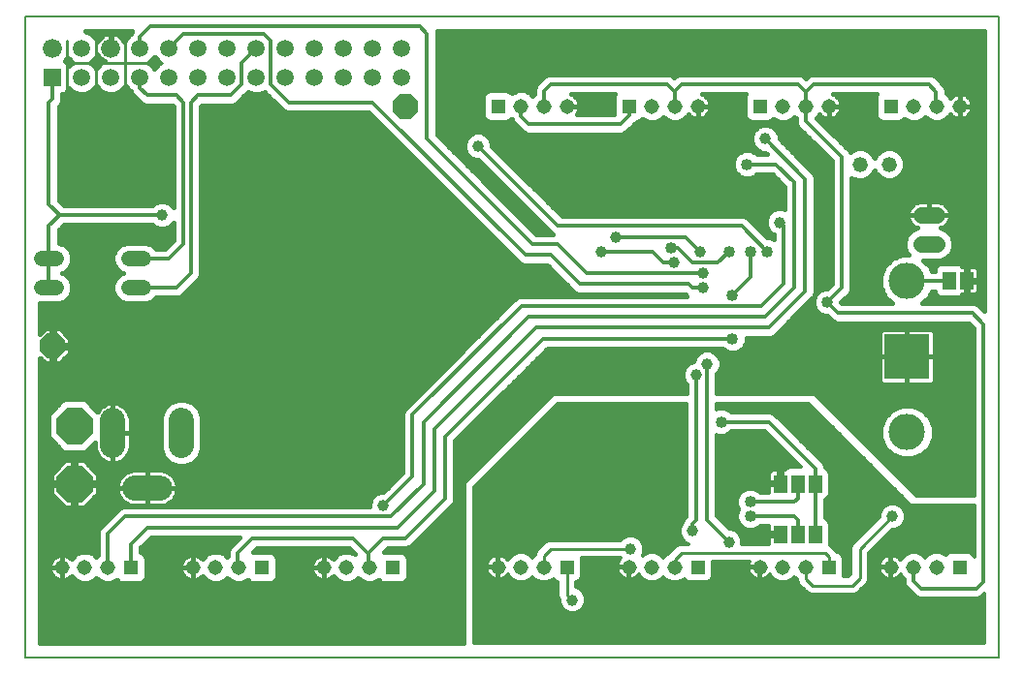
<source format=gbl>
G75*
%MOIN*%
%OFA0B0*%
%FSLAX24Y24*%
%IPPOS*%
%LPD*%
%AMOC8*
5,1,8,0,0,1.08239X$1,22.5*
%
%ADD10C,0.0050*%
%ADD11R,0.0594X0.0594*%
%ADD12C,0.0660*%
%ADD13C,0.0594*%
%ADD14C,0.0000*%
%ADD15C,0.0520*%
%ADD16R,0.1560X0.1560*%
%ADD17C,0.1250*%
%ADD18C,0.0860*%
%ADD19C,0.0520*%
%ADD20R,0.0515X0.0515*%
%ADD21C,0.0515*%
%ADD22OC8,0.0850*%
%ADD23OC8,0.1250*%
%ADD24R,0.0460X0.0630*%
%ADD25C,0.0560*%
%ADD26C,0.0100*%
%ADD27C,0.0160*%
%ADD28C,0.0396*%
%ADD29C,0.0120*%
%ADD30C,0.2480*%
%ADD31C,0.0400*%
D10*
X000157Y000401D02*
X000157Y022448D01*
X033622Y022448D01*
X033622Y000401D01*
X000157Y000401D01*
D11*
X001102Y020371D03*
D12*
X001102Y021371D03*
X003102Y021371D03*
D13*
X004102Y021371D03*
X005102Y021371D03*
X006102Y021371D03*
X007102Y021371D03*
X008102Y021371D03*
X009102Y021371D03*
X010102Y021371D03*
X011102Y021371D03*
X012102Y021371D03*
X013102Y021371D03*
X013102Y020371D03*
X012102Y020371D03*
X011102Y020371D03*
X010102Y020371D03*
X009102Y020371D03*
X008102Y020371D03*
X007102Y020371D03*
X006102Y020371D03*
X005102Y020371D03*
X004102Y020371D03*
X003102Y020371D03*
X002102Y020371D03*
X002102Y021371D03*
D14*
X009573Y007496D02*
X009575Y007544D01*
X009581Y007592D01*
X009591Y007639D01*
X009604Y007685D01*
X009622Y007730D01*
X009642Y007774D01*
X009667Y007816D01*
X009695Y007855D01*
X009725Y007892D01*
X009759Y007926D01*
X009796Y007958D01*
X009834Y007987D01*
X009875Y008012D01*
X009918Y008034D01*
X009963Y008052D01*
X010009Y008066D01*
X010056Y008077D01*
X010104Y008084D01*
X010152Y008087D01*
X010200Y008086D01*
X010248Y008081D01*
X010296Y008072D01*
X010342Y008060D01*
X010387Y008043D01*
X010431Y008023D01*
X010473Y008000D01*
X010513Y007973D01*
X010551Y007943D01*
X010586Y007910D01*
X010618Y007874D01*
X010648Y007836D01*
X010674Y007795D01*
X010696Y007752D01*
X010716Y007708D01*
X010731Y007663D01*
X010743Y007616D01*
X010751Y007568D01*
X010755Y007520D01*
X010755Y007472D01*
X010751Y007424D01*
X010743Y007376D01*
X010731Y007329D01*
X010716Y007284D01*
X010696Y007240D01*
X010674Y007197D01*
X010648Y007156D01*
X010618Y007118D01*
X010586Y007082D01*
X010551Y007049D01*
X010513Y007019D01*
X010473Y006992D01*
X010431Y006969D01*
X010387Y006949D01*
X010342Y006932D01*
X010296Y006920D01*
X010248Y006911D01*
X010200Y006906D01*
X010152Y006905D01*
X010104Y006908D01*
X010056Y006915D01*
X010009Y006926D01*
X009963Y006940D01*
X009918Y006958D01*
X009875Y006980D01*
X009834Y007005D01*
X009796Y007034D01*
X009759Y007066D01*
X009725Y007100D01*
X009695Y007137D01*
X009667Y007176D01*
X009642Y007218D01*
X009622Y007262D01*
X009604Y007307D01*
X009591Y007353D01*
X009581Y007400D01*
X009575Y007448D01*
X009573Y007496D01*
X031136Y017496D02*
X031138Y017544D01*
X031144Y017592D01*
X031154Y017639D01*
X031167Y017685D01*
X031185Y017730D01*
X031205Y017774D01*
X031230Y017816D01*
X031258Y017855D01*
X031288Y017892D01*
X031322Y017926D01*
X031359Y017958D01*
X031397Y017987D01*
X031438Y018012D01*
X031481Y018034D01*
X031526Y018052D01*
X031572Y018066D01*
X031619Y018077D01*
X031667Y018084D01*
X031715Y018087D01*
X031763Y018086D01*
X031811Y018081D01*
X031859Y018072D01*
X031905Y018060D01*
X031950Y018043D01*
X031994Y018023D01*
X032036Y018000D01*
X032076Y017973D01*
X032114Y017943D01*
X032149Y017910D01*
X032181Y017874D01*
X032211Y017836D01*
X032237Y017795D01*
X032259Y017752D01*
X032279Y017708D01*
X032294Y017663D01*
X032306Y017616D01*
X032314Y017568D01*
X032318Y017520D01*
X032318Y017472D01*
X032314Y017424D01*
X032306Y017376D01*
X032294Y017329D01*
X032279Y017284D01*
X032259Y017240D01*
X032237Y017197D01*
X032211Y017156D01*
X032181Y017118D01*
X032149Y017082D01*
X032114Y017049D01*
X032076Y017019D01*
X032036Y016992D01*
X031994Y016969D01*
X031950Y016949D01*
X031905Y016932D01*
X031859Y016920D01*
X031811Y016911D01*
X031763Y016906D01*
X031715Y016905D01*
X031667Y016908D01*
X031619Y016915D01*
X031572Y016926D01*
X031526Y016940D01*
X031481Y016958D01*
X031438Y016980D01*
X031397Y017005D01*
X031359Y017034D01*
X031322Y017066D01*
X031288Y017100D01*
X031258Y017137D01*
X031230Y017176D01*
X031205Y017218D01*
X031185Y017262D01*
X031167Y017307D01*
X031154Y017353D01*
X031144Y017400D01*
X031138Y017448D01*
X031136Y017496D01*
D15*
X029852Y017371D03*
X028852Y017371D03*
D16*
X030477Y010746D03*
D17*
X030477Y008146D03*
X030477Y013346D03*
D18*
X005533Y008551D02*
X005533Y007691D01*
X004782Y006232D02*
X003922Y006232D01*
X003171Y007691D02*
X003171Y008551D01*
D19*
X003717Y013121D02*
X004237Y013121D01*
X004237Y014121D02*
X003717Y014121D01*
X001237Y014121D02*
X000717Y014121D01*
X000717Y013121D02*
X001237Y013121D01*
D20*
X003783Y003496D03*
X008283Y003496D03*
X012783Y003496D03*
X018783Y003496D03*
X023283Y003496D03*
X027783Y003496D03*
X032283Y003496D03*
X029921Y019371D03*
X025421Y019371D03*
X020921Y019371D03*
X016421Y019371D03*
D21*
X017208Y019371D03*
X017996Y019371D03*
X018783Y019371D03*
X021708Y019371D03*
X022496Y019371D03*
X023283Y019371D03*
X026208Y019371D03*
X026996Y019371D03*
X027783Y019371D03*
X030708Y019371D03*
X031496Y019371D03*
X032283Y019371D03*
X031496Y003496D03*
X030708Y003496D03*
X029921Y003496D03*
X026996Y003496D03*
X026208Y003496D03*
X025421Y003496D03*
X022496Y003496D03*
X021708Y003496D03*
X020921Y003496D03*
X017996Y003496D03*
X017208Y003496D03*
X016421Y003496D03*
X011996Y003496D03*
X011208Y003496D03*
X010421Y003496D03*
X007496Y003496D03*
X006708Y003496D03*
X005921Y003496D03*
X002996Y003496D03*
X002208Y003496D03*
X001421Y003496D03*
D22*
X001102Y011121D03*
X013227Y019371D03*
D23*
X001852Y008371D03*
X001852Y006371D03*
D24*
X026127Y006371D03*
X026727Y006371D03*
X027327Y006371D03*
X027327Y004621D03*
X026727Y004621D03*
X026127Y004621D03*
X031927Y013371D03*
X032527Y013371D03*
D25*
X031507Y014621D02*
X030947Y014621D01*
X030947Y015621D02*
X031507Y015621D01*
D26*
X029977Y005246D02*
X028852Y004121D01*
X028852Y003121D01*
X028602Y002871D01*
X027227Y002871D01*
X026996Y003103D01*
X026996Y003496D01*
X027664Y003996D02*
X027789Y003871D01*
X027789Y003503D01*
X027783Y003496D01*
X027664Y003996D02*
X022727Y003996D01*
X022496Y003765D01*
X022496Y003496D01*
X020977Y004121D02*
X018227Y004121D01*
X017996Y003890D01*
X017996Y003496D01*
X018783Y003496D02*
X018783Y002565D01*
X018977Y002371D01*
X003602Y019996D02*
X003602Y021621D01*
X002602Y021621D02*
X002602Y020871D01*
X002602Y019996D01*
X001602Y019996D02*
X001602Y021621D01*
X001602Y020871D02*
X002602Y020871D01*
X004602Y020871D01*
X004852Y020871D01*
D27*
X004802Y020871D02*
X004775Y020860D01*
X004613Y020698D01*
X004602Y020672D01*
X004591Y020698D01*
X004429Y020860D01*
X004402Y020871D01*
X004429Y020882D01*
X004591Y021045D01*
X004602Y021071D01*
X004613Y021045D01*
X004775Y020882D01*
X004802Y020871D01*
X004733Y020818D02*
X004471Y020818D01*
X004523Y020976D02*
X004681Y020976D01*
X003775Y021860D02*
X003613Y021698D01*
X003566Y021584D01*
X003538Y021639D01*
X003491Y021704D01*
X003434Y021760D01*
X003369Y021808D01*
X003298Y021844D01*
X003221Y021869D01*
X003142Y021881D01*
X003120Y021881D01*
X003120Y021390D01*
X003084Y021390D01*
X003084Y021881D01*
X003062Y021881D01*
X002983Y021869D01*
X002906Y021844D01*
X002835Y021808D01*
X002770Y021760D01*
X002713Y021704D01*
X002666Y021639D01*
X002638Y021584D01*
X002591Y021698D01*
X002429Y021860D01*
X002229Y021943D01*
X003818Y021943D01*
X003814Y021939D01*
X003782Y021863D01*
X003775Y021860D01*
X003809Y021927D02*
X002267Y021927D01*
X002520Y021769D02*
X002781Y021769D01*
X002651Y021610D02*
X002627Y021610D01*
X002638Y021158D02*
X002666Y021104D01*
X002713Y021039D01*
X002770Y020982D01*
X002835Y020935D01*
X002889Y020908D01*
X002775Y020860D01*
X002613Y020698D01*
X002602Y020672D01*
X002591Y020698D01*
X002429Y020860D01*
X002402Y020871D01*
X002429Y020882D01*
X002591Y021045D01*
X002638Y021158D01*
X002628Y021135D02*
X002650Y021135D01*
X002523Y020976D02*
X002778Y020976D01*
X002733Y020818D02*
X002471Y020818D01*
X001802Y020871D02*
X001775Y020860D01*
X001667Y020752D01*
X001636Y020827D01*
X001557Y020906D01*
X001516Y020923D01*
X001619Y021026D01*
X001623Y021035D01*
X001775Y020882D01*
X001802Y020871D01*
X001733Y020818D02*
X001640Y020818D01*
X001681Y020976D02*
X001570Y020976D01*
X001667Y019991D02*
X001775Y019882D01*
X001987Y019795D01*
X002217Y019795D01*
X002429Y019882D01*
X002591Y020045D01*
X002602Y020071D01*
X002613Y020045D01*
X002775Y019882D01*
X002987Y019795D01*
X003217Y019795D01*
X003429Y019882D01*
X003591Y020045D01*
X003602Y020071D01*
X003613Y020045D01*
X003775Y019882D01*
X003782Y019879D01*
X003814Y019804D01*
X003909Y019708D01*
X004159Y019458D01*
X004284Y019406D01*
X005211Y019406D01*
X005262Y019356D01*
X005262Y015881D01*
X005257Y015892D01*
X005123Y016027D01*
X004947Y016100D01*
X004757Y016100D01*
X004581Y016027D01*
X004516Y015961D01*
X001493Y015961D01*
X001317Y016137D01*
X001317Y019356D01*
X001390Y019429D01*
X001442Y019554D01*
X001442Y019795D01*
X001455Y019795D01*
X001557Y019837D01*
X001636Y019916D01*
X001667Y019991D01*
X001587Y019867D02*
X001812Y019867D01*
X001442Y019708D02*
X003909Y019708D01*
X003788Y019867D02*
X003391Y019867D01*
X003572Y020025D02*
X003632Y020025D01*
X004068Y019550D02*
X001440Y019550D01*
X001353Y019391D02*
X005226Y019391D01*
X005262Y019233D02*
X001317Y019233D01*
X001317Y019074D02*
X005262Y019074D01*
X005262Y018916D02*
X001317Y018916D01*
X001317Y018757D02*
X005262Y018757D01*
X005262Y018599D02*
X001317Y018599D01*
X001317Y018440D02*
X005262Y018440D01*
X005262Y018282D02*
X001317Y018282D01*
X001317Y018123D02*
X005262Y018123D01*
X005262Y017965D02*
X001317Y017965D01*
X001317Y017806D02*
X005262Y017806D01*
X005262Y017648D02*
X001317Y017648D01*
X001317Y017489D02*
X005262Y017489D01*
X005262Y017331D02*
X001317Y017331D01*
X001317Y017172D02*
X005262Y017172D01*
X005262Y017014D02*
X001317Y017014D01*
X001317Y016855D02*
X005262Y016855D01*
X005262Y016697D02*
X001317Y016697D01*
X001317Y016538D02*
X005262Y016538D01*
X005262Y016380D02*
X001317Y016380D01*
X001317Y016221D02*
X005262Y016221D01*
X005262Y016063D02*
X005035Y016063D01*
X005245Y015904D02*
X005262Y015904D01*
X005262Y015362D02*
X005262Y014762D01*
X004961Y014461D01*
X004661Y014461D01*
X004543Y014579D01*
X004344Y014661D01*
X003610Y014661D01*
X003411Y014579D01*
X003259Y014427D01*
X003177Y014229D01*
X003177Y014014D01*
X003259Y013816D01*
X003411Y013664D01*
X003513Y013621D01*
X003411Y013579D01*
X003259Y013427D01*
X003177Y013229D01*
X003177Y013014D01*
X003259Y012816D01*
X003411Y012664D01*
X003610Y012581D01*
X004344Y012581D01*
X004543Y012664D01*
X004661Y012781D01*
X005420Y012781D01*
X005545Y012833D01*
X005640Y012929D01*
X006140Y013429D01*
X006192Y013554D01*
X006192Y019356D01*
X006243Y019406D01*
X007295Y019406D01*
X007420Y019458D01*
X007515Y019554D01*
X007795Y019833D01*
X007824Y019862D01*
X007987Y019795D01*
X008217Y019795D01*
X008380Y019862D01*
X008409Y019833D01*
X009034Y019208D01*
X009159Y019156D01*
X011961Y019156D01*
X017159Y013958D01*
X017284Y013906D01*
X018086Y013906D01*
X019034Y012958D01*
X019159Y012906D01*
X022836Y012906D01*
X022906Y012836D01*
X017159Y012836D01*
X017034Y012785D01*
X016939Y012689D01*
X013189Y008939D01*
X013137Y008814D01*
X013137Y006762D01*
X012474Y006100D01*
X012382Y006100D01*
X012206Y006027D01*
X012072Y005892D01*
X011999Y005717D01*
X011999Y005586D01*
X003534Y005586D01*
X003409Y005535D01*
X002707Y004833D01*
X002656Y004708D01*
X002656Y003917D01*
X002602Y003863D01*
X002513Y003952D01*
X002315Y004034D01*
X002101Y004034D01*
X001904Y003952D01*
X001753Y003801D01*
X001747Y003789D01*
X001706Y003830D01*
X001650Y003871D01*
X001589Y003902D01*
X001523Y003923D01*
X001455Y003934D01*
X001421Y003934D01*
X001421Y003496D01*
X001421Y003059D01*
X001455Y003059D01*
X001523Y003070D01*
X001589Y003091D01*
X001650Y003122D01*
X001706Y003163D01*
X001747Y003204D01*
X001753Y003192D01*
X001904Y003041D01*
X002101Y002959D01*
X002315Y002959D01*
X002513Y003041D01*
X002602Y003130D01*
X002691Y003041D01*
X002889Y002959D01*
X003103Y002959D01*
X003300Y003041D01*
X003314Y003055D01*
X003367Y003002D01*
X003470Y002959D01*
X004096Y002959D01*
X004199Y003002D01*
X004278Y003080D01*
X004321Y003183D01*
X004321Y003810D01*
X004278Y003913D01*
X004199Y003991D01*
X004123Y004023D01*
X004123Y004162D01*
X004493Y004531D01*
X007531Y004531D01*
X007189Y004189D01*
X007137Y004064D01*
X007137Y003898D01*
X007102Y003863D01*
X007013Y003952D01*
X006815Y004034D01*
X006601Y004034D01*
X006404Y003952D01*
X006253Y003801D01*
X006247Y003789D01*
X006206Y003830D01*
X006150Y003871D01*
X006089Y003902D01*
X006023Y003923D01*
X005955Y003934D01*
X005921Y003934D01*
X005921Y003496D01*
X005921Y003059D01*
X005955Y003059D01*
X006023Y003070D01*
X006089Y003091D01*
X006150Y003122D01*
X006206Y003163D01*
X006247Y003204D01*
X006253Y003192D01*
X006404Y003041D01*
X006601Y002959D01*
X006815Y002959D01*
X007013Y003041D01*
X007102Y003130D01*
X007191Y003041D01*
X007389Y002959D01*
X007603Y002959D01*
X007800Y003041D01*
X007814Y003055D01*
X007867Y003002D01*
X007970Y002959D01*
X008596Y002959D01*
X008699Y003002D01*
X008778Y003080D01*
X008821Y003183D01*
X008821Y003810D01*
X008778Y003913D01*
X008699Y003991D01*
X008596Y004034D01*
X007995Y004034D01*
X008118Y004156D01*
X011299Y004156D01*
X011496Y003959D01*
X011315Y004034D01*
X011101Y004034D01*
X010904Y003952D01*
X010753Y003801D01*
X010747Y003789D01*
X010706Y003830D01*
X010650Y003871D01*
X010589Y003902D01*
X010523Y003923D01*
X010455Y003934D01*
X010421Y003934D01*
X010421Y003496D01*
X010421Y003059D01*
X010455Y003059D01*
X010523Y003070D01*
X010589Y003091D01*
X010650Y003122D01*
X010706Y003163D01*
X010747Y003204D01*
X010753Y003192D01*
X010904Y003041D01*
X011101Y002959D01*
X011315Y002959D01*
X011513Y003041D01*
X011602Y003130D01*
X011691Y003041D01*
X011889Y002959D01*
X012103Y002959D01*
X012300Y003041D01*
X012314Y003055D01*
X012367Y003002D01*
X012470Y002959D01*
X013096Y002959D01*
X013199Y003002D01*
X013278Y003080D01*
X013321Y003183D01*
X013321Y003810D01*
X013278Y003913D01*
X013199Y003991D01*
X013096Y004034D01*
X012495Y004034D01*
X012618Y004156D01*
X013295Y004156D01*
X013420Y004208D01*
X014890Y005679D01*
X014942Y005804D01*
X014942Y007856D01*
X018118Y011031D01*
X024138Y011031D01*
X024205Y010965D01*
X024381Y010891D01*
X024572Y010891D01*
X024749Y010965D01*
X024884Y011100D01*
X024957Y011276D01*
X024957Y011406D01*
X025795Y011406D01*
X025920Y011458D01*
X027170Y012708D01*
X027265Y012804D01*
X027317Y012929D01*
X027317Y016939D01*
X027265Y017064D01*
X026080Y018249D01*
X026080Y018342D01*
X026007Y018517D01*
X025873Y018652D01*
X025697Y018725D01*
X025507Y018725D01*
X025331Y018652D01*
X025197Y018517D01*
X025124Y018342D01*
X025124Y018151D01*
X025197Y017976D01*
X025331Y017841D01*
X025507Y017768D01*
X025599Y017768D01*
X025656Y017711D01*
X025316Y017711D01*
X025249Y017778D01*
X025072Y017851D01*
X024881Y017851D01*
X024705Y017778D01*
X024570Y017643D01*
X024497Y017467D01*
X024497Y017276D01*
X024570Y017100D01*
X024705Y016965D01*
X024881Y016891D01*
X025072Y016891D01*
X025249Y016965D01*
X025316Y017031D01*
X025836Y017031D01*
X026262Y016606D01*
X026262Y015823D01*
X026197Y015850D01*
X026007Y015850D01*
X025831Y015777D01*
X025697Y015642D01*
X025624Y015467D01*
X025624Y015276D01*
X025697Y015101D01*
X025831Y014966D01*
X025887Y014943D01*
X025887Y014799D01*
X025760Y014851D01*
X025665Y014851D01*
X024982Y015535D01*
X024857Y015586D01*
X018618Y015586D01*
X016205Y017999D01*
X016205Y018092D01*
X016132Y018267D01*
X015998Y018402D01*
X015822Y018475D01*
X015632Y018475D01*
X015456Y018402D01*
X015322Y018267D01*
X015249Y018092D01*
X015249Y017901D01*
X015322Y017726D01*
X015456Y017591D01*
X015632Y017518D01*
X015724Y017518D01*
X018189Y015054D01*
X018281Y014961D01*
X017743Y014961D01*
X014317Y018387D01*
X014317Y021939D01*
X014315Y021943D01*
X033117Y021943D01*
X033117Y012338D01*
X032920Y012535D01*
X032795Y012586D01*
X030997Y012586D01*
X031244Y012834D01*
X031316Y013006D01*
X031417Y013006D01*
X031417Y013001D01*
X031460Y012898D01*
X031538Y012819D01*
X031641Y012776D01*
X032213Y012776D01*
X032316Y012819D01*
X032373Y012876D01*
X032492Y012876D01*
X032492Y013336D01*
X032562Y013336D01*
X032562Y012876D01*
X032781Y012876D01*
X032826Y012889D01*
X032867Y012912D01*
X032901Y012946D01*
X032925Y012987D01*
X032937Y013033D01*
X032937Y013336D01*
X032562Y013336D01*
X032562Y013406D01*
X032937Y013406D01*
X032937Y013710D01*
X032925Y013756D01*
X032901Y013797D01*
X032867Y013830D01*
X032826Y013854D01*
X032781Y013866D01*
X032562Y013866D01*
X032562Y013406D01*
X032492Y013406D01*
X032492Y013866D01*
X032373Y013866D01*
X032316Y013924D01*
X032213Y013966D01*
X031641Y013966D01*
X031538Y013924D01*
X031460Y013845D01*
X031417Y013742D01*
X031417Y013686D01*
X031316Y013686D01*
X031244Y013859D01*
X031042Y014061D01*
X031618Y014061D01*
X031824Y014147D01*
X031982Y014304D01*
X032067Y014510D01*
X032067Y014733D01*
X031982Y014939D01*
X031824Y015096D01*
X031628Y015177D01*
X031684Y015195D01*
X031748Y015228D01*
X031807Y015271D01*
X031858Y015322D01*
X031900Y015380D01*
X031933Y015445D01*
X031956Y015514D01*
X031967Y015585D01*
X031967Y015611D01*
X031237Y015611D01*
X031237Y015631D01*
X031967Y015631D01*
X031967Y015658D01*
X031956Y015729D01*
X031933Y015798D01*
X031900Y015863D01*
X031858Y015921D01*
X031807Y015972D01*
X031748Y016015D01*
X031684Y016048D01*
X031615Y016070D01*
X031543Y016081D01*
X031237Y016081D01*
X031237Y015631D01*
X031217Y015631D01*
X031217Y015611D01*
X030487Y015611D01*
X030487Y015585D01*
X030498Y015514D01*
X030521Y015445D01*
X030554Y015380D01*
X030596Y015322D01*
X030647Y015271D01*
X030706Y015228D01*
X030770Y015195D01*
X030825Y015177D01*
X030630Y015096D01*
X030472Y014939D01*
X030387Y014733D01*
X030387Y014510D01*
X030472Y014304D01*
X030525Y014251D01*
X030297Y014251D01*
X029964Y014114D01*
X029710Y013859D01*
X029572Y013526D01*
X029572Y013166D01*
X029710Y012834D01*
X029957Y012586D01*
X028243Y012586D01*
X028208Y012621D01*
X028515Y012929D01*
X028567Y013054D01*
X028567Y016905D01*
X028745Y016831D01*
X028959Y016831D01*
X029158Y016914D01*
X029310Y017066D01*
X029352Y017167D01*
X029394Y017066D01*
X029546Y016914D01*
X029745Y016831D01*
X029959Y016831D01*
X030158Y016914D01*
X030310Y017066D01*
X030392Y017264D01*
X030392Y017479D01*
X030310Y017677D01*
X030158Y017829D01*
X029959Y017911D01*
X029745Y017911D01*
X029546Y017829D01*
X029394Y017677D01*
X029352Y017575D01*
X029310Y017677D01*
X029158Y017829D01*
X028959Y017911D01*
X028745Y017911D01*
X028546Y017829D01*
X028520Y017803D01*
X028515Y017814D01*
X027357Y018972D01*
X027451Y019067D01*
X027456Y019079D01*
X027498Y019038D01*
X027554Y018997D01*
X027615Y018966D01*
X027681Y018945D01*
X027749Y018934D01*
X027783Y018934D01*
X027783Y019371D01*
X027783Y019371D01*
X027783Y018934D01*
X027818Y018934D01*
X027886Y018945D01*
X027951Y018966D01*
X028012Y018997D01*
X028068Y019038D01*
X028117Y019086D01*
X028157Y019142D01*
X028188Y019204D01*
X028210Y019269D01*
X028221Y019337D01*
X028221Y019371D01*
X027783Y019371D01*
X027783Y019371D01*
X028221Y019371D01*
X028221Y019406D01*
X028210Y019474D01*
X028188Y019539D01*
X028157Y019601D01*
X028117Y019656D01*
X028068Y019705D01*
X028012Y019746D01*
X027951Y019777D01*
X027937Y019781D01*
X029423Y019781D01*
X029383Y019685D01*
X029383Y019058D01*
X029426Y018955D01*
X029505Y018877D01*
X029608Y018834D01*
X030234Y018834D01*
X030337Y018877D01*
X030390Y018930D01*
X030404Y018916D01*
X030601Y018834D01*
X030815Y018834D01*
X031013Y018916D01*
X031191Y018916D01*
X031389Y018834D01*
X031603Y018834D01*
X031800Y018916D01*
X031951Y019067D01*
X031956Y019079D01*
X031998Y019038D01*
X032054Y018997D01*
X032115Y018966D01*
X032181Y018945D01*
X032249Y018934D01*
X032283Y018934D01*
X032283Y019371D01*
X032283Y019371D01*
X032283Y018934D01*
X032318Y018934D01*
X032386Y018945D01*
X032451Y018966D01*
X032512Y018997D01*
X032568Y019038D01*
X032617Y019086D01*
X032657Y019142D01*
X032688Y019204D01*
X032710Y019269D01*
X032721Y019337D01*
X032721Y019371D01*
X032283Y019371D01*
X032283Y019371D01*
X032721Y019371D01*
X032721Y019406D01*
X032710Y019474D01*
X032688Y019539D01*
X032657Y019601D01*
X032617Y019656D01*
X032568Y019705D01*
X032512Y019746D01*
X032451Y019777D01*
X032386Y019798D01*
X032318Y019809D01*
X032283Y019809D01*
X032249Y019809D01*
X032181Y019798D01*
X032115Y019777D01*
X032054Y019746D01*
X031998Y019705D01*
X031956Y019664D01*
X031951Y019676D01*
X031817Y019810D01*
X031817Y019939D01*
X031765Y020064D01*
X031515Y020314D01*
X031420Y020410D01*
X031295Y020461D01*
X027197Y020461D01*
X027072Y020410D01*
X026996Y020334D01*
X026920Y020410D01*
X026795Y020461D01*
X022659Y020461D01*
X022534Y020410D01*
X022477Y020352D01*
X022420Y020410D01*
X022295Y020461D01*
X018159Y020461D01*
X018034Y020410D01*
X017939Y020314D01*
X017707Y020083D01*
X017656Y019958D01*
X017656Y019792D01*
X017602Y019738D01*
X017513Y019827D01*
X017315Y019909D01*
X017101Y019909D01*
X016904Y019827D01*
X016890Y019813D01*
X016837Y019866D01*
X016734Y019909D01*
X016108Y019909D01*
X016005Y019866D01*
X015926Y019788D01*
X015883Y019685D01*
X015883Y019058D01*
X015926Y018955D01*
X016005Y018877D01*
X016108Y018834D01*
X016734Y018834D01*
X016837Y018877D01*
X016880Y018920D01*
X016920Y018823D01*
X017189Y018554D01*
X017284Y018458D01*
X017409Y018406D01*
X020682Y018406D01*
X020807Y018458D01*
X021113Y018764D01*
X021183Y018834D01*
X021234Y018834D01*
X021337Y018877D01*
X021390Y018930D01*
X021404Y018916D01*
X021601Y018834D01*
X021815Y018834D01*
X022013Y018916D01*
X022191Y018916D01*
X022389Y018834D01*
X022603Y018834D01*
X022800Y018916D01*
X022951Y019067D01*
X022956Y019079D01*
X022998Y019038D01*
X023054Y018997D01*
X023115Y018966D01*
X023181Y018945D01*
X023249Y018934D01*
X023283Y018934D01*
X023283Y019371D01*
X023283Y019371D01*
X023283Y018934D01*
X023318Y018934D01*
X023386Y018945D01*
X023451Y018966D01*
X023512Y018997D01*
X023568Y019038D01*
X023617Y019086D01*
X023657Y019142D01*
X023688Y019204D01*
X023710Y019269D01*
X023721Y019337D01*
X023721Y019371D01*
X023283Y019371D01*
X023283Y019371D01*
X023721Y019371D01*
X023721Y019406D01*
X023710Y019474D01*
X023688Y019539D01*
X023657Y019601D01*
X023617Y019656D01*
X023568Y019705D01*
X023512Y019746D01*
X023451Y019777D01*
X023437Y019781D01*
X024923Y019781D01*
X024883Y019685D01*
X024883Y019058D01*
X024926Y018955D01*
X025005Y018877D01*
X025108Y018834D01*
X025734Y018834D01*
X025837Y018877D01*
X025890Y018930D01*
X025904Y018916D01*
X026101Y018834D01*
X026315Y018834D01*
X026513Y018916D01*
X026656Y018916D01*
X026656Y018951D02*
X026656Y018785D01*
X026707Y018660D01*
X027887Y017481D01*
X027887Y013262D01*
X027726Y013101D01*
X027631Y013101D01*
X027455Y013028D01*
X027320Y012893D01*
X027302Y012893D01*
X027320Y012893D02*
X027247Y012717D01*
X027247Y012526D01*
X027320Y012350D01*
X027455Y012215D01*
X027631Y012141D01*
X027726Y012141D01*
X027814Y012054D01*
X027909Y011958D01*
X028034Y011906D01*
X032586Y011906D01*
X032762Y011731D01*
X032762Y005996D01*
X030789Y005996D01*
X027289Y009496D01*
X023942Y009496D01*
X023942Y010160D01*
X024007Y010226D01*
X024080Y010401D01*
X024080Y010592D01*
X024007Y010767D01*
X023873Y010902D01*
X023697Y010975D01*
X023507Y010975D01*
X023331Y010902D01*
X023197Y010767D01*
X023126Y010597D01*
X022956Y010527D01*
X022822Y010392D01*
X022749Y010217D01*
X022749Y010026D01*
X022822Y009851D01*
X022887Y009785D01*
X022887Y009496D01*
X018289Y009496D01*
X015227Y006434D01*
X015227Y000906D01*
X000662Y000906D01*
X000662Y010706D01*
X000851Y010516D01*
X001052Y010516D01*
X001052Y011071D01*
X001152Y011071D01*
X001152Y010516D01*
X001353Y010516D01*
X001707Y010871D01*
X001707Y011071D01*
X001152Y011071D01*
X001152Y011171D01*
X001707Y011171D01*
X001707Y011372D01*
X001353Y011726D01*
X001152Y011726D01*
X001152Y011171D01*
X001052Y011171D01*
X001052Y011726D01*
X000851Y011726D01*
X000662Y011537D01*
X000662Y012581D01*
X001344Y012581D01*
X001543Y012664D01*
X001695Y012816D01*
X001777Y013014D01*
X001777Y013229D01*
X001695Y013427D01*
X001543Y013579D01*
X001441Y013621D01*
X001543Y013664D01*
X001695Y013816D01*
X001777Y014014D01*
X001777Y014229D01*
X001695Y014427D01*
X001543Y014579D01*
X001344Y014661D01*
X001317Y014661D01*
X001317Y015106D01*
X001493Y015281D01*
X004516Y015281D01*
X004581Y015216D01*
X004757Y015143D01*
X004947Y015143D01*
X005123Y015216D01*
X005257Y015351D01*
X005262Y015362D01*
X005262Y015270D02*
X005177Y015270D01*
X005262Y015112D02*
X001323Y015112D01*
X001317Y014953D02*
X005262Y014953D01*
X005262Y014795D02*
X001317Y014795D01*
X001405Y014636D02*
X003549Y014636D01*
X003310Y014478D02*
X001644Y014478D01*
X001739Y014319D02*
X003215Y014319D01*
X003177Y014161D02*
X001777Y014161D01*
X001772Y014002D02*
X003182Y014002D01*
X003247Y013844D02*
X001707Y013844D01*
X001565Y013685D02*
X003389Y013685D01*
X003359Y013527D02*
X001595Y013527D01*
X001719Y013368D02*
X003235Y013368D01*
X003177Y013210D02*
X001777Y013210D01*
X001777Y013051D02*
X003177Y013051D01*
X003227Y012893D02*
X001727Y012893D01*
X001614Y012734D02*
X003340Y012734D01*
X004614Y012734D02*
X016984Y012734D01*
X016826Y012576D02*
X000662Y012576D01*
X000662Y012417D02*
X016667Y012417D01*
X016509Y012259D02*
X000662Y012259D01*
X000662Y012100D02*
X016350Y012100D01*
X016192Y011942D02*
X000662Y011942D01*
X000662Y011783D02*
X016033Y011783D01*
X015875Y011625D02*
X001454Y011625D01*
X001613Y011466D02*
X015716Y011466D01*
X015558Y011308D02*
X001707Y011308D01*
X001707Y010991D02*
X015241Y010991D01*
X015399Y011149D02*
X001152Y011149D01*
X001152Y010991D02*
X001052Y010991D01*
X001052Y010832D02*
X001152Y010832D01*
X001152Y010674D02*
X001052Y010674D01*
X000694Y010674D02*
X000662Y010674D01*
X000662Y010515D02*
X014765Y010515D01*
X014607Y010357D02*
X000662Y010357D01*
X000662Y010198D02*
X014448Y010198D01*
X014290Y010040D02*
X000662Y010040D01*
X000662Y009881D02*
X014131Y009881D01*
X013973Y009723D02*
X000662Y009723D01*
X000662Y009564D02*
X013814Y009564D01*
X013656Y009406D02*
X000662Y009406D01*
X000662Y009247D02*
X001448Y009247D01*
X001477Y009276D02*
X000947Y008746D01*
X000947Y007997D01*
X001477Y007466D01*
X002227Y007466D01*
X002561Y007800D01*
X002561Y007643D01*
X002576Y007549D01*
X002606Y007457D01*
X002649Y007372D01*
X002706Y007294D01*
X002773Y007226D01*
X002851Y007170D01*
X002937Y007126D01*
X003028Y007096D01*
X003123Y007081D01*
X003171Y007081D01*
X003219Y007081D01*
X003314Y007096D01*
X003405Y007126D01*
X003491Y007170D01*
X003568Y007226D01*
X003636Y007294D01*
X003693Y007372D01*
X003736Y007457D01*
X003766Y007549D01*
X003781Y007643D01*
X003781Y008121D01*
X003171Y008121D01*
X003171Y007081D01*
X003171Y008121D01*
X003171Y008121D01*
X003171Y008121D01*
X003781Y008121D01*
X003781Y008599D01*
X003766Y008694D01*
X003736Y008786D01*
X003693Y008871D01*
X003636Y008949D01*
X003568Y009017D01*
X003491Y009073D01*
X003405Y009117D01*
X003314Y009146D01*
X003219Y009161D01*
X003171Y009161D01*
X003171Y008121D01*
X003171Y008121D01*
X003171Y009161D01*
X003123Y009161D01*
X003028Y009146D01*
X002937Y009117D01*
X002851Y009073D01*
X002773Y009017D01*
X002706Y008949D01*
X002649Y008871D01*
X002643Y008860D01*
X002227Y009276D01*
X001477Y009276D01*
X001290Y009089D02*
X000662Y009089D01*
X000662Y008930D02*
X001131Y008930D01*
X000973Y008772D02*
X000662Y008772D01*
X000662Y008613D02*
X000947Y008613D01*
X000947Y008455D02*
X000662Y008455D01*
X000662Y008296D02*
X000947Y008296D01*
X000947Y008138D02*
X000662Y008138D01*
X000662Y007979D02*
X000964Y007979D01*
X001123Y007821D02*
X000662Y007821D01*
X000662Y007662D02*
X001281Y007662D01*
X001440Y007504D02*
X000662Y007504D01*
X000662Y007345D02*
X002668Y007345D01*
X002590Y007504D02*
X002264Y007504D01*
X002423Y007662D02*
X002561Y007662D01*
X002827Y007187D02*
X000662Y007187D01*
X000662Y007028D02*
X001371Y007028D01*
X001519Y007176D02*
X001047Y006705D01*
X001047Y006421D01*
X001802Y006421D01*
X001802Y006321D01*
X001902Y006321D01*
X001902Y005566D01*
X002185Y005566D01*
X002657Y006038D01*
X002657Y006321D01*
X001902Y006321D01*
X001902Y006421D01*
X002657Y006421D01*
X002657Y006705D01*
X002185Y007176D01*
X001902Y007176D01*
X001902Y006421D01*
X001802Y006421D01*
X001802Y007176D01*
X001519Y007176D01*
X001802Y007028D02*
X001902Y007028D01*
X001902Y006870D02*
X001802Y006870D01*
X001802Y006711D02*
X001902Y006711D01*
X001902Y006553D02*
X001802Y006553D01*
X001802Y006394D02*
X000662Y006394D01*
X000662Y006236D02*
X001047Y006236D01*
X001047Y006321D02*
X001047Y006038D01*
X001519Y005566D01*
X001802Y005566D01*
X001802Y006321D01*
X001047Y006321D01*
X001047Y006553D02*
X000662Y006553D01*
X000662Y006711D02*
X001054Y006711D01*
X001212Y006870D02*
X000662Y006870D01*
X000662Y006077D02*
X001047Y006077D01*
X001166Y005919D02*
X000662Y005919D01*
X000662Y005760D02*
X001325Y005760D01*
X001483Y005602D02*
X000662Y005602D01*
X000662Y005443D02*
X003318Y005443D01*
X003160Y005285D02*
X000662Y005285D01*
X000662Y005126D02*
X003001Y005126D01*
X002843Y004968D02*
X000662Y004968D01*
X000662Y004809D02*
X002698Y004809D01*
X002656Y004651D02*
X000662Y004651D01*
X000662Y004492D02*
X002656Y004492D01*
X002656Y004334D02*
X000662Y004334D01*
X000662Y004175D02*
X002656Y004175D01*
X002656Y004017D02*
X002356Y004017D01*
X002060Y004017D02*
X000662Y004017D01*
X000662Y003858D02*
X001175Y003858D01*
X001192Y003871D02*
X001136Y003830D01*
X001087Y003781D01*
X001047Y003726D01*
X001015Y003664D01*
X000994Y003599D01*
X000983Y003531D01*
X000983Y003496D01*
X000983Y003462D01*
X000994Y003394D01*
X001015Y003329D01*
X001047Y003267D01*
X001087Y003211D01*
X001136Y003163D01*
X001192Y003122D01*
X001253Y003091D01*
X001318Y003070D01*
X001386Y003059D01*
X001421Y003059D01*
X001421Y003496D01*
X001421Y003496D01*
X000983Y003496D01*
X001421Y003496D01*
X001421Y003496D01*
X001421Y003496D01*
X001421Y003934D01*
X001386Y003934D01*
X001318Y003923D01*
X001253Y003902D01*
X001192Y003871D01*
X001421Y003858D02*
X001421Y003858D01*
X001421Y003700D02*
X001421Y003700D01*
X001421Y003541D02*
X001421Y003541D01*
X001421Y003383D02*
X001421Y003383D01*
X001421Y003224D02*
X001421Y003224D01*
X001421Y003066D02*
X001421Y003066D01*
X001499Y003066D02*
X001879Y003066D01*
X001342Y003066D02*
X000662Y003066D01*
X000662Y003224D02*
X001078Y003224D01*
X000998Y003383D02*
X000662Y003383D01*
X000662Y003541D02*
X000985Y003541D01*
X001034Y003700D02*
X000662Y003700D01*
X001667Y003858D02*
X001810Y003858D01*
X002538Y003066D02*
X002666Y003066D01*
X004264Y003066D02*
X005842Y003066D01*
X005818Y003070D02*
X005886Y003059D01*
X005921Y003059D01*
X005921Y003496D01*
X005921Y003496D01*
X005483Y003496D01*
X005483Y003462D01*
X005494Y003394D01*
X005515Y003329D01*
X005547Y003267D01*
X005587Y003211D01*
X005636Y003163D01*
X005692Y003122D01*
X005753Y003091D01*
X005818Y003070D01*
X005921Y003066D02*
X005921Y003066D01*
X005999Y003066D02*
X006379Y003066D01*
X005921Y003224D02*
X005921Y003224D01*
X005921Y003383D02*
X005921Y003383D01*
X005921Y003496D02*
X005921Y003496D01*
X005483Y003496D01*
X005483Y003531D01*
X005494Y003599D01*
X005515Y003664D01*
X005547Y003726D01*
X005587Y003781D01*
X005636Y003830D01*
X005692Y003871D01*
X005753Y003902D01*
X005818Y003923D01*
X005886Y003934D01*
X005921Y003934D01*
X005921Y003496D01*
X005921Y003496D01*
X005921Y003541D02*
X005921Y003541D01*
X005921Y003700D02*
X005921Y003700D01*
X005921Y003858D02*
X005921Y003858D01*
X006167Y003858D02*
X006310Y003858D01*
X006560Y004017D02*
X004137Y004017D01*
X004137Y004175D02*
X007183Y004175D01*
X007137Y004017D02*
X006856Y004017D01*
X007334Y004334D02*
X004295Y004334D01*
X004454Y004492D02*
X007492Y004492D01*
X008637Y004017D02*
X011060Y004017D01*
X010810Y003858D02*
X010667Y003858D01*
X010421Y003858D02*
X010421Y003858D01*
X010421Y003934D02*
X010421Y003496D01*
X010421Y003496D01*
X010421Y003059D01*
X010386Y003059D01*
X010318Y003070D01*
X010253Y003091D01*
X010192Y003122D01*
X010136Y003163D01*
X010087Y003211D01*
X010047Y003267D01*
X010015Y003329D01*
X009994Y003394D01*
X009983Y003462D01*
X009983Y003496D01*
X010421Y003496D01*
X010421Y003496D01*
X009983Y003496D01*
X009983Y003531D01*
X009994Y003599D01*
X010015Y003664D01*
X010047Y003726D01*
X010087Y003781D01*
X010136Y003830D01*
X010192Y003871D01*
X010253Y003902D01*
X010318Y003923D01*
X010386Y003934D01*
X010421Y003934D01*
X010421Y003700D02*
X010421Y003700D01*
X010421Y003541D02*
X010421Y003541D01*
X010421Y003496D02*
X010421Y003496D01*
X010421Y003383D02*
X010421Y003383D01*
X010421Y003224D02*
X010421Y003224D01*
X010421Y003066D02*
X010421Y003066D01*
X010499Y003066D02*
X010879Y003066D01*
X010342Y003066D02*
X008764Y003066D01*
X008821Y003224D02*
X010078Y003224D01*
X009998Y003383D02*
X008821Y003383D01*
X008821Y003541D02*
X009985Y003541D01*
X010034Y003700D02*
X008821Y003700D01*
X008800Y003858D02*
X010175Y003858D01*
X011356Y004017D02*
X011438Y004017D01*
X011538Y003066D02*
X011666Y003066D01*
X013137Y004017D02*
X015227Y004017D01*
X015227Y004175D02*
X013340Y004175D01*
X013545Y004334D02*
X015227Y004334D01*
X015227Y004492D02*
X013704Y004492D01*
X013862Y004651D02*
X015227Y004651D01*
X015227Y004809D02*
X014021Y004809D01*
X014179Y004968D02*
X015227Y004968D01*
X015227Y005126D02*
X014338Y005126D01*
X014496Y005285D02*
X015227Y005285D01*
X015227Y005443D02*
X014655Y005443D01*
X014813Y005602D02*
X015227Y005602D01*
X015227Y005760D02*
X014924Y005760D01*
X014942Y005919D02*
X015227Y005919D01*
X015227Y006077D02*
X014942Y006077D01*
X014942Y006236D02*
X015227Y006236D01*
X015227Y006394D02*
X014942Y006394D01*
X014942Y006553D02*
X015346Y006553D01*
X015504Y006711D02*
X014942Y006711D01*
X014942Y006870D02*
X015663Y006870D01*
X015821Y007028D02*
X014942Y007028D01*
X014942Y007187D02*
X015980Y007187D01*
X016138Y007345D02*
X014942Y007345D01*
X014942Y007504D02*
X016297Y007504D01*
X016455Y007662D02*
X014942Y007662D01*
X014942Y007821D02*
X016614Y007821D01*
X016772Y007979D02*
X015066Y007979D01*
X015224Y008138D02*
X016931Y008138D01*
X017089Y008296D02*
X015383Y008296D01*
X015541Y008455D02*
X017248Y008455D01*
X017406Y008613D02*
X015700Y008613D01*
X015858Y008772D02*
X017565Y008772D01*
X017723Y008930D02*
X016017Y008930D01*
X016175Y009089D02*
X017882Y009089D01*
X018040Y009247D02*
X016334Y009247D01*
X016492Y009406D02*
X018199Y009406D01*
X017285Y010198D02*
X022749Y010198D01*
X022749Y010040D02*
X017126Y010040D01*
X016968Y009881D02*
X022809Y009881D01*
X022887Y009723D02*
X016809Y009723D01*
X016651Y009564D02*
X022887Y009564D01*
X023942Y009564D02*
X032762Y009564D01*
X032762Y009406D02*
X027380Y009406D01*
X027538Y009247D02*
X032762Y009247D01*
X032762Y009089D02*
X027697Y009089D01*
X027855Y008930D02*
X030005Y008930D01*
X029964Y008914D02*
X029710Y008659D01*
X029572Y008326D01*
X029572Y007966D01*
X029710Y007634D01*
X029964Y007379D01*
X030297Y007241D01*
X030657Y007241D01*
X030990Y007379D01*
X031244Y007634D01*
X031382Y007966D01*
X031382Y008326D01*
X031244Y008659D01*
X030990Y008914D01*
X030657Y009051D01*
X030297Y009051D01*
X029964Y008914D01*
X029823Y008772D02*
X028014Y008772D01*
X028172Y008613D02*
X029691Y008613D01*
X029625Y008455D02*
X028331Y008455D01*
X028489Y008296D02*
X029572Y008296D01*
X029572Y008138D02*
X028648Y008138D01*
X028806Y007979D02*
X029572Y007979D01*
X029632Y007821D02*
X028965Y007821D01*
X029123Y007662D02*
X029698Y007662D01*
X029840Y007504D02*
X029282Y007504D01*
X029440Y007345D02*
X030046Y007345D01*
X029757Y007028D02*
X032762Y007028D01*
X032762Y006870D02*
X029916Y006870D01*
X030074Y006711D02*
X032762Y006711D01*
X032762Y006553D02*
X030233Y006553D01*
X030391Y006394D02*
X032762Y006394D01*
X032762Y006236D02*
X030550Y006236D01*
X030708Y006077D02*
X032762Y006077D01*
X032762Y007187D02*
X029599Y007187D01*
X030908Y007345D02*
X032762Y007345D01*
X032762Y007504D02*
X031114Y007504D01*
X031256Y007662D02*
X032762Y007662D01*
X032762Y007821D02*
X031322Y007821D01*
X031382Y007979D02*
X032762Y007979D01*
X032762Y008138D02*
X031382Y008138D01*
X031382Y008296D02*
X032762Y008296D01*
X032762Y008455D02*
X031329Y008455D01*
X031263Y008613D02*
X032762Y008613D01*
X032762Y008772D02*
X031131Y008772D01*
X030949Y008930D02*
X032762Y008930D01*
X032762Y009723D02*
X023942Y009723D01*
X023942Y009881D02*
X029538Y009881D01*
X029529Y009897D02*
X029553Y009856D01*
X029586Y009822D01*
X029627Y009799D01*
X029673Y009786D01*
X030477Y009786D01*
X031281Y009786D01*
X031326Y009799D01*
X031367Y009822D01*
X031401Y009856D01*
X031425Y009897D01*
X031437Y009943D01*
X031437Y010746D01*
X030477Y010746D01*
X030477Y009786D01*
X030477Y010746D01*
X030477Y010746D01*
X030477Y010746D01*
X029517Y010746D01*
X029517Y009943D01*
X029529Y009897D01*
X029517Y010040D02*
X023942Y010040D01*
X023980Y010198D02*
X029517Y010198D01*
X029517Y010357D02*
X024062Y010357D01*
X024080Y010515D02*
X029517Y010515D01*
X029517Y010674D02*
X024046Y010674D01*
X023942Y010832D02*
X029517Y010832D01*
X029517Y010746D02*
X030477Y010746D01*
X030477Y010746D01*
X031437Y010746D01*
X031437Y011550D01*
X031425Y011596D01*
X031401Y011637D01*
X031367Y011670D01*
X031326Y011694D01*
X031281Y011706D01*
X030477Y011706D01*
X030477Y010746D01*
X030477Y010746D01*
X030477Y011706D01*
X029673Y011706D01*
X029627Y011694D01*
X029586Y011670D01*
X029553Y011637D01*
X029529Y011596D01*
X029517Y011550D01*
X029517Y010746D01*
X029517Y010991D02*
X024775Y010991D01*
X024905Y011149D02*
X029517Y011149D01*
X029517Y011308D02*
X024957Y011308D01*
X024179Y010991D02*
X018077Y010991D01*
X017919Y010832D02*
X023262Y010832D01*
X023158Y010674D02*
X017760Y010674D01*
X017602Y010515D02*
X022945Y010515D01*
X022807Y010357D02*
X017443Y010357D01*
X015082Y010832D02*
X001669Y010832D01*
X001510Y010674D02*
X014924Y010674D01*
X013497Y009247D02*
X005708Y009247D01*
X005674Y009261D02*
X005392Y009261D01*
X005131Y009153D01*
X004931Y008954D01*
X004823Y008693D01*
X004823Y007550D01*
X004931Y007289D01*
X005131Y007090D01*
X005392Y006981D01*
X005674Y006981D01*
X005935Y007090D01*
X006135Y007289D01*
X006243Y007550D01*
X006243Y008693D01*
X006135Y008954D01*
X005935Y009153D01*
X005674Y009261D01*
X005358Y009247D02*
X002256Y009247D01*
X002414Y009089D02*
X002882Y009089D01*
X002692Y008930D02*
X002573Y008930D01*
X003171Y008930D02*
X003171Y008930D01*
X003171Y008772D02*
X003171Y008772D01*
X003171Y008613D02*
X003171Y008613D01*
X003171Y008455D02*
X003171Y008455D01*
X003171Y008296D02*
X003171Y008296D01*
X003171Y008138D02*
X003171Y008138D01*
X003171Y007979D02*
X003171Y007979D01*
X003171Y007821D02*
X003171Y007821D01*
X003171Y007662D02*
X003171Y007662D01*
X003171Y007504D02*
X003171Y007504D01*
X003171Y007345D02*
X003171Y007345D01*
X003171Y007187D02*
X003171Y007187D01*
X003514Y007187D02*
X005033Y007187D01*
X004908Y007345D02*
X003673Y007345D01*
X003751Y007504D02*
X004842Y007504D01*
X004823Y007662D02*
X003781Y007662D01*
X003781Y007821D02*
X004823Y007821D01*
X004823Y007979D02*
X003781Y007979D01*
X003781Y008138D02*
X004823Y008138D01*
X004823Y008296D02*
X003781Y008296D01*
X003781Y008455D02*
X004823Y008455D01*
X004823Y008613D02*
X003779Y008613D01*
X003741Y008772D02*
X004856Y008772D01*
X004922Y008930D02*
X003649Y008930D01*
X003460Y009089D02*
X005066Y009089D01*
X006000Y009089D02*
X013339Y009089D01*
X013185Y008930D02*
X006145Y008930D01*
X006210Y008772D02*
X013137Y008772D01*
X013137Y008613D02*
X006243Y008613D01*
X006243Y008455D02*
X009684Y008455D01*
X009751Y008494D02*
X009507Y008353D01*
X009308Y008154D01*
X009167Y007910D01*
X009094Y007637D01*
X009094Y007356D01*
X009167Y007083D01*
X009308Y006839D01*
X009507Y006640D01*
X009751Y006499D01*
X010024Y006426D01*
X010305Y006426D01*
X010578Y006499D01*
X010822Y006640D01*
X011021Y006839D01*
X011162Y007083D01*
X011235Y007356D01*
X011235Y007637D01*
X011162Y007910D01*
X011021Y008154D01*
X010822Y008353D01*
X010578Y008494D01*
X010305Y008567D01*
X010024Y008567D01*
X009751Y008494D01*
X009450Y008296D02*
X006243Y008296D01*
X006243Y008138D02*
X009299Y008138D01*
X009207Y007979D02*
X006243Y007979D01*
X006243Y007821D02*
X009143Y007821D01*
X009101Y007662D02*
X006243Y007662D01*
X006224Y007504D02*
X009094Y007504D01*
X009097Y007345D02*
X006158Y007345D01*
X006033Y007187D02*
X009139Y007187D01*
X009198Y007028D02*
X005788Y007028D01*
X005278Y007028D02*
X002333Y007028D01*
X002492Y006870D02*
X009290Y006870D01*
X009435Y006711D02*
X005159Y006711D01*
X005179Y006697D02*
X005102Y006753D01*
X005016Y006797D01*
X004925Y006827D01*
X004830Y006842D01*
X004352Y006842D01*
X004352Y006232D01*
X004352Y006232D01*
X004352Y006842D01*
X003874Y006842D01*
X003779Y006827D01*
X003688Y006797D01*
X003602Y006753D01*
X003525Y006697D01*
X003457Y006629D01*
X003400Y006551D01*
X003357Y006466D01*
X003327Y006375D01*
X003312Y006280D01*
X003312Y006232D01*
X004352Y006232D01*
X005392Y006232D01*
X005392Y006280D01*
X005377Y006375D01*
X005347Y006466D01*
X005304Y006551D01*
X005247Y006629D01*
X005179Y006697D01*
X005303Y006553D02*
X009658Y006553D01*
X010671Y006553D02*
X012928Y006553D01*
X013086Y006711D02*
X010893Y006711D01*
X011039Y006870D02*
X013137Y006870D01*
X013137Y007028D02*
X011130Y007028D01*
X011190Y007187D02*
X013137Y007187D01*
X013137Y007345D02*
X011232Y007345D01*
X011235Y007504D02*
X013137Y007504D01*
X013137Y007662D02*
X011228Y007662D01*
X011186Y007821D02*
X013137Y007821D01*
X013137Y007979D02*
X011122Y007979D01*
X011030Y008138D02*
X013137Y008138D01*
X013137Y008296D02*
X010878Y008296D01*
X010645Y008455D02*
X013137Y008455D01*
X012769Y006394D02*
X005370Y006394D01*
X005392Y006236D02*
X012611Y006236D01*
X012329Y006077D02*
X005373Y006077D01*
X005377Y006089D02*
X005392Y006184D01*
X005392Y006232D01*
X004352Y006232D01*
X004352Y006232D01*
X004352Y006232D01*
X003312Y006232D01*
X003312Y006184D01*
X003327Y006089D01*
X003357Y005998D01*
X003400Y005912D01*
X003457Y005834D01*
X003525Y005766D01*
X003602Y005710D01*
X003688Y005666D01*
X003779Y005637D01*
X003874Y005622D01*
X004352Y005622D01*
X004830Y005622D01*
X004925Y005637D01*
X005016Y005666D01*
X005102Y005710D01*
X005179Y005766D01*
X005247Y005834D01*
X005304Y005912D01*
X005347Y005998D01*
X005377Y006089D01*
X005307Y005919D02*
X012098Y005919D01*
X012017Y005760D02*
X005171Y005760D01*
X004352Y005760D02*
X004352Y005760D01*
X004352Y005622D02*
X004352Y006232D01*
X004352Y006232D01*
X004352Y005622D01*
X004352Y005919D02*
X004352Y005919D01*
X004352Y006077D02*
X004352Y006077D01*
X004352Y006236D02*
X004352Y006236D01*
X004352Y006394D02*
X004352Y006394D01*
X004352Y006553D02*
X004352Y006553D01*
X004352Y006711D02*
X004352Y006711D01*
X003545Y006711D02*
X002650Y006711D01*
X002657Y006553D02*
X003401Y006553D01*
X003333Y006394D02*
X001902Y006394D01*
X001902Y006236D02*
X001802Y006236D01*
X001802Y006077D02*
X001902Y006077D01*
X001902Y005919D02*
X001802Y005919D01*
X001802Y005760D02*
X001902Y005760D01*
X001902Y005602D02*
X001802Y005602D01*
X002221Y005602D02*
X011999Y005602D01*
X013300Y003858D02*
X015227Y003858D01*
X015227Y003700D02*
X013321Y003700D01*
X013321Y003541D02*
X015227Y003541D01*
X015227Y003383D02*
X013321Y003383D01*
X013321Y003224D02*
X015227Y003224D01*
X015227Y003066D02*
X013264Y003066D01*
X015227Y002907D02*
X000662Y002907D01*
X000662Y002749D02*
X015227Y002749D01*
X015227Y002590D02*
X000662Y002590D01*
X000662Y002432D02*
X015227Y002432D01*
X015227Y002273D02*
X000662Y002273D01*
X000662Y002115D02*
X015227Y002115D01*
X015227Y001956D02*
X000662Y001956D01*
X000662Y001798D02*
X015227Y001798D01*
X015227Y001639D02*
X000662Y001639D01*
X000662Y001481D02*
X015227Y001481D01*
X015227Y001322D02*
X000662Y001322D01*
X000662Y001164D02*
X015227Y001164D01*
X015227Y001005D02*
X000662Y001005D01*
X004321Y003224D02*
X005578Y003224D01*
X005498Y003383D02*
X004321Y003383D01*
X004321Y003541D02*
X005485Y003541D01*
X005534Y003700D02*
X004321Y003700D01*
X004300Y003858D02*
X005675Y003858D01*
X007038Y003066D02*
X007166Y003066D01*
X003533Y005760D02*
X002379Y005760D01*
X002538Y005919D02*
X003397Y005919D01*
X003331Y006077D02*
X002657Y006077D01*
X002657Y006236D02*
X003312Y006236D01*
X003171Y009089D02*
X003171Y009089D01*
X001152Y011308D02*
X001052Y011308D01*
X001052Y011466D02*
X001152Y011466D01*
X001152Y011625D02*
X001052Y011625D01*
X000750Y011625D02*
X000662Y011625D01*
X004644Y014478D02*
X004978Y014478D01*
X005136Y014636D02*
X004405Y014636D01*
X004527Y015270D02*
X001482Y015270D01*
X001391Y016063D02*
X004669Y016063D01*
X006192Y016063D02*
X015055Y016063D01*
X015213Y015904D02*
X006192Y015904D01*
X006192Y015746D02*
X015372Y015746D01*
X015530Y015587D02*
X006192Y015587D01*
X006192Y015429D02*
X015689Y015429D01*
X015847Y015270D02*
X006192Y015270D01*
X006192Y015112D02*
X016006Y015112D01*
X016164Y014953D02*
X006192Y014953D01*
X006192Y014795D02*
X016323Y014795D01*
X016481Y014636D02*
X006192Y014636D01*
X006192Y014478D02*
X016640Y014478D01*
X016798Y014319D02*
X006192Y014319D01*
X006192Y014161D02*
X016957Y014161D01*
X017115Y014002D02*
X006192Y014002D01*
X006192Y013844D02*
X018149Y013844D01*
X018307Y013685D02*
X006192Y013685D01*
X006181Y013527D02*
X018466Y013527D01*
X018624Y013368D02*
X006080Y013368D01*
X005921Y013210D02*
X018783Y013210D01*
X018941Y013051D02*
X005763Y013051D01*
X005604Y012893D02*
X022850Y012893D01*
X025928Y011466D02*
X029517Y011466D01*
X029546Y011625D02*
X026086Y011625D01*
X026245Y011783D02*
X032709Y011783D01*
X032762Y011625D02*
X031408Y011625D01*
X031437Y011466D02*
X032762Y011466D01*
X032762Y011308D02*
X031437Y011308D01*
X031437Y011149D02*
X032762Y011149D01*
X032762Y010991D02*
X031437Y010991D01*
X031437Y010832D02*
X032762Y010832D01*
X032762Y010674D02*
X031437Y010674D01*
X031437Y010515D02*
X032762Y010515D01*
X032762Y010357D02*
X031437Y010357D01*
X031437Y010198D02*
X032762Y010198D01*
X032762Y010040D02*
X031437Y010040D01*
X031416Y009881D02*
X032762Y009881D01*
X030477Y009881D02*
X030477Y009881D01*
X030477Y010040D02*
X030477Y010040D01*
X030477Y010198D02*
X030477Y010198D01*
X030477Y010357D02*
X030477Y010357D01*
X030477Y010515D02*
X030477Y010515D01*
X030477Y010674D02*
X030477Y010674D01*
X030477Y010832D02*
X030477Y010832D01*
X030477Y010991D02*
X030477Y010991D01*
X030477Y011149D02*
X030477Y011149D01*
X030477Y011308D02*
X030477Y011308D01*
X030477Y011466D02*
X030477Y011466D01*
X030477Y011625D02*
X030477Y011625D01*
X031145Y012734D02*
X033117Y012734D01*
X033117Y012576D02*
X032820Y012576D01*
X033037Y012417D02*
X033117Y012417D01*
X033117Y012893D02*
X032834Y012893D01*
X032937Y013051D02*
X033117Y013051D01*
X033117Y013210D02*
X032937Y013210D01*
X033117Y013368D02*
X032562Y013368D01*
X032562Y013210D02*
X032492Y013210D01*
X032492Y013051D02*
X032562Y013051D01*
X032562Y012893D02*
X032492Y012893D01*
X032492Y013527D02*
X032562Y013527D01*
X032562Y013685D02*
X032492Y013685D01*
X032492Y013844D02*
X032562Y013844D01*
X032844Y013844D02*
X033117Y013844D01*
X033117Y014002D02*
X031101Y014002D01*
X031250Y013844D02*
X031459Y013844D01*
X031838Y014161D02*
X033117Y014161D01*
X033117Y014319D02*
X031988Y014319D01*
X032054Y014478D02*
X033117Y014478D01*
X033117Y014636D02*
X032067Y014636D01*
X032041Y014795D02*
X033117Y014795D01*
X033117Y014953D02*
X031967Y014953D01*
X031786Y015112D02*
X033117Y015112D01*
X033117Y015270D02*
X031806Y015270D01*
X031925Y015429D02*
X033117Y015429D01*
X033117Y015587D02*
X031967Y015587D01*
X031950Y015746D02*
X033117Y015746D01*
X033117Y015904D02*
X031870Y015904D01*
X031637Y016063D02*
X033117Y016063D01*
X033117Y016221D02*
X028567Y016221D01*
X028567Y016063D02*
X030817Y016063D01*
X030839Y016070D02*
X030770Y016048D01*
X030706Y016015D01*
X030647Y015972D01*
X030596Y015921D01*
X030554Y015863D01*
X030521Y015798D01*
X030498Y015729D01*
X030487Y015658D01*
X030487Y015631D01*
X031217Y015631D01*
X031217Y016081D01*
X030911Y016081D01*
X030839Y016070D01*
X030584Y015904D02*
X028567Y015904D01*
X028567Y015746D02*
X030504Y015746D01*
X030487Y015587D02*
X028567Y015587D01*
X028567Y015429D02*
X030529Y015429D01*
X030647Y015270D02*
X028567Y015270D01*
X028567Y015112D02*
X030668Y015112D01*
X030487Y014953D02*
X028567Y014953D01*
X028567Y014795D02*
X030413Y014795D01*
X030387Y014636D02*
X028567Y014636D01*
X028567Y014478D02*
X030400Y014478D01*
X030466Y014319D02*
X028567Y014319D01*
X028567Y014161D02*
X030079Y014161D01*
X029853Y014002D02*
X028567Y014002D01*
X028567Y013844D02*
X029703Y013844D01*
X029638Y013685D02*
X028567Y013685D01*
X028567Y013527D02*
X029572Y013527D01*
X029572Y013368D02*
X028567Y013368D01*
X028567Y013210D02*
X029572Y013210D01*
X029620Y013051D02*
X028566Y013051D01*
X028479Y012893D02*
X029685Y012893D01*
X029809Y012734D02*
X028321Y012734D01*
X027835Y013210D02*
X027317Y013210D01*
X027317Y013368D02*
X027887Y013368D01*
X027887Y013527D02*
X027317Y013527D01*
X027317Y013685D02*
X027887Y013685D01*
X027887Y013844D02*
X027317Y013844D01*
X027317Y014002D02*
X027887Y014002D01*
X027887Y014161D02*
X027317Y014161D01*
X027317Y014319D02*
X027887Y014319D01*
X027887Y014478D02*
X027317Y014478D01*
X027317Y014636D02*
X027887Y014636D01*
X027887Y014795D02*
X027317Y014795D01*
X027317Y014953D02*
X027887Y014953D01*
X027887Y015112D02*
X027317Y015112D01*
X027317Y015270D02*
X027887Y015270D01*
X027887Y015429D02*
X027317Y015429D01*
X027317Y015587D02*
X027887Y015587D01*
X027887Y015746D02*
X027317Y015746D01*
X027317Y015904D02*
X027887Y015904D01*
X027887Y016063D02*
X027317Y016063D01*
X027317Y016221D02*
X027887Y016221D01*
X027887Y016380D02*
X027317Y016380D01*
X027317Y016538D02*
X027887Y016538D01*
X027887Y016697D02*
X027317Y016697D01*
X027317Y016855D02*
X027887Y016855D01*
X027887Y017014D02*
X027286Y017014D01*
X027157Y017172D02*
X027887Y017172D01*
X027887Y017331D02*
X026998Y017331D01*
X026840Y017489D02*
X027878Y017489D01*
X027720Y017648D02*
X026681Y017648D01*
X026523Y017806D02*
X027561Y017806D01*
X027403Y017965D02*
X026364Y017965D01*
X026206Y018123D02*
X027244Y018123D01*
X027086Y018282D02*
X026080Y018282D01*
X026039Y018440D02*
X026927Y018440D01*
X026769Y018599D02*
X025926Y018599D01*
X025904Y018916D02*
X025876Y018916D01*
X026513Y018916D02*
X026602Y019005D01*
X026656Y018951D01*
X026667Y018757D02*
X021107Y018757D01*
X020948Y018599D02*
X025278Y018599D01*
X025165Y018440D02*
X020765Y018440D01*
X021376Y018916D02*
X021404Y018916D01*
X022013Y018916D02*
X022102Y019005D01*
X022191Y018916D01*
X022800Y018916D02*
X024965Y018916D01*
X024883Y019074D02*
X023605Y019074D01*
X023698Y019233D02*
X024883Y019233D01*
X024883Y019391D02*
X023721Y019391D01*
X023683Y019550D02*
X024883Y019550D01*
X024893Y019708D02*
X023563Y019708D01*
X023283Y019233D02*
X023283Y019233D01*
X023283Y019074D02*
X023283Y019074D01*
X022961Y019074D02*
X022954Y019074D01*
X024575Y017648D02*
X016556Y017648D01*
X016398Y017806D02*
X024773Y017806D01*
X025181Y017806D02*
X025415Y017806D01*
X025207Y017965D02*
X016239Y017965D01*
X016192Y018123D02*
X025135Y018123D01*
X025124Y018282D02*
X016118Y018282D01*
X015904Y018440D02*
X017327Y018440D01*
X017144Y018599D02*
X014317Y018599D01*
X014317Y018757D02*
X016985Y018757D01*
X016881Y018916D02*
X016876Y018916D01*
X015965Y018916D02*
X014317Y018916D01*
X014317Y019074D02*
X015883Y019074D01*
X015883Y019233D02*
X014317Y019233D01*
X014317Y019391D02*
X015883Y019391D01*
X015883Y019550D02*
X014317Y019550D01*
X014317Y019708D02*
X015893Y019708D01*
X016006Y019867D02*
X014317Y019867D01*
X014317Y020025D02*
X017684Y020025D01*
X017656Y019867D02*
X017416Y019867D01*
X017000Y019867D02*
X016835Y019867D01*
X017809Y020184D02*
X014317Y020184D01*
X014317Y020342D02*
X017967Y020342D01*
X018937Y019781D02*
X020423Y019781D01*
X020383Y019685D01*
X020383Y019086D01*
X019117Y019086D01*
X019117Y019086D01*
X019157Y019142D01*
X019188Y019204D01*
X019210Y019269D01*
X019221Y019337D01*
X019221Y019371D01*
X018783Y019371D01*
X018783Y019371D01*
X019221Y019371D01*
X019221Y019406D01*
X019210Y019474D01*
X019188Y019539D01*
X019157Y019601D01*
X019117Y019656D01*
X019068Y019705D01*
X019012Y019746D01*
X018951Y019777D01*
X018937Y019781D01*
X019063Y019708D02*
X020393Y019708D01*
X020383Y019550D02*
X019183Y019550D01*
X019221Y019391D02*
X020383Y019391D01*
X020383Y019233D02*
X019198Y019233D01*
X016715Y017489D02*
X024506Y017489D01*
X024497Y017331D02*
X016873Y017331D01*
X017032Y017172D02*
X024540Y017172D01*
X024656Y017014D02*
X017190Y017014D01*
X017349Y016855D02*
X026012Y016855D01*
X026171Y016697D02*
X017507Y016697D01*
X017666Y016538D02*
X026262Y016538D01*
X026262Y016380D02*
X017824Y016380D01*
X017983Y016221D02*
X026262Y016221D01*
X026262Y016063D02*
X018141Y016063D01*
X018300Y015904D02*
X026262Y015904D01*
X025800Y015746D02*
X018458Y015746D01*
X018617Y015587D02*
X025674Y015587D01*
X025624Y015429D02*
X025088Y015429D01*
X025246Y015270D02*
X025626Y015270D01*
X025692Y015112D02*
X025405Y015112D01*
X025563Y014953D02*
X025862Y014953D01*
X027317Y013051D02*
X027511Y013051D01*
X027254Y012734D02*
X027196Y012734D01*
X027247Y012576D02*
X027037Y012576D01*
X026879Y012417D02*
X027292Y012417D01*
X027411Y012259D02*
X026720Y012259D01*
X026562Y012100D02*
X027767Y012100D01*
X027949Y011942D02*
X026403Y011942D01*
X031269Y012893D02*
X031464Y012893D01*
X032937Y013527D02*
X033117Y013527D01*
X033117Y013685D02*
X032937Y013685D01*
X031237Y015746D02*
X031217Y015746D01*
X031217Y015904D02*
X031237Y015904D01*
X031237Y016063D02*
X031217Y016063D01*
X031314Y016499D02*
X031586Y016426D01*
X031868Y016426D01*
X032140Y016499D01*
X032384Y016640D01*
X032584Y016839D01*
X032725Y017083D01*
X032798Y017356D01*
X032798Y017637D01*
X032725Y017910D01*
X032584Y018154D01*
X032384Y018353D01*
X032140Y018494D01*
X031868Y018567D01*
X031586Y018567D01*
X031314Y018494D01*
X031070Y018353D01*
X030870Y018154D01*
X030729Y017910D01*
X030656Y017637D01*
X030656Y017356D01*
X030729Y017083D01*
X030870Y016839D01*
X031070Y016640D01*
X031314Y016499D01*
X031245Y016538D02*
X028567Y016538D01*
X028567Y016380D02*
X033117Y016380D01*
X033117Y016538D02*
X032209Y016538D01*
X032441Y016697D02*
X033117Y016697D01*
X033117Y016855D02*
X032593Y016855D01*
X032685Y017014D02*
X033117Y017014D01*
X033117Y017172D02*
X032748Y017172D01*
X032791Y017331D02*
X033117Y017331D01*
X033117Y017489D02*
X032798Y017489D01*
X032795Y017648D02*
X033117Y017648D01*
X033117Y017806D02*
X032752Y017806D01*
X032693Y017965D02*
X033117Y017965D01*
X033117Y018123D02*
X032601Y018123D01*
X032455Y018282D02*
X033117Y018282D01*
X033117Y018440D02*
X032233Y018440D01*
X031800Y018916D02*
X033117Y018916D01*
X033117Y019074D02*
X032605Y019074D01*
X032698Y019233D02*
X033117Y019233D01*
X033117Y019391D02*
X032721Y019391D01*
X032683Y019550D02*
X033117Y019550D01*
X033117Y019708D02*
X032563Y019708D01*
X032283Y019708D02*
X032283Y019708D01*
X032283Y019809D02*
X032283Y019371D01*
X032283Y019371D01*
X032283Y019809D01*
X032283Y019550D02*
X032283Y019550D01*
X032283Y019391D02*
X032283Y019391D01*
X032283Y019233D02*
X032283Y019233D01*
X032283Y019074D02*
X032283Y019074D01*
X031961Y019074D02*
X031954Y019074D01*
X031191Y018916D02*
X031102Y019005D01*
X031013Y018916D01*
X030404Y018916D02*
X030376Y018916D01*
X031221Y018440D02*
X027889Y018440D01*
X028047Y018282D02*
X030999Y018282D01*
X030853Y018123D02*
X028206Y018123D01*
X028364Y017965D02*
X030761Y017965D01*
X030702Y017806D02*
X030181Y017806D01*
X030322Y017648D02*
X030659Y017648D01*
X030656Y017489D02*
X030388Y017489D01*
X030392Y017331D02*
X030663Y017331D01*
X030705Y017172D02*
X030354Y017172D01*
X030258Y017014D02*
X030769Y017014D01*
X030861Y016855D02*
X030017Y016855D01*
X029687Y016855D02*
X029017Y016855D01*
X029258Y017014D02*
X029446Y017014D01*
X028687Y016855D02*
X028567Y016855D01*
X028567Y016697D02*
X031012Y016697D01*
X029523Y017806D02*
X029181Y017806D01*
X029322Y017648D02*
X029382Y017648D01*
X028523Y017806D02*
X028518Y017806D01*
X027730Y018599D02*
X033117Y018599D01*
X033117Y018757D02*
X027572Y018757D01*
X027413Y018916D02*
X029465Y018916D01*
X029383Y019074D02*
X028105Y019074D01*
X028198Y019233D02*
X029383Y019233D01*
X029383Y019391D02*
X028221Y019391D01*
X028183Y019550D02*
X029383Y019550D01*
X029393Y019708D02*
X028063Y019708D01*
X027783Y019233D02*
X027783Y019233D01*
X027783Y019074D02*
X027783Y019074D01*
X027461Y019074D02*
X027454Y019074D01*
X027005Y020342D02*
X026987Y020342D01*
X025854Y017014D02*
X025298Y017014D01*
X031487Y020342D02*
X033117Y020342D01*
X033117Y020184D02*
X031645Y020184D01*
X031781Y020025D02*
X033117Y020025D01*
X033117Y019867D02*
X031817Y019867D01*
X031919Y019708D02*
X032003Y019708D01*
X033117Y020501D02*
X014317Y020501D01*
X014317Y020659D02*
X033117Y020659D01*
X033117Y020818D02*
X014317Y020818D01*
X014317Y020976D02*
X033117Y020976D01*
X033117Y021135D02*
X014317Y021135D01*
X014317Y021293D02*
X033117Y021293D01*
X033117Y021452D02*
X014317Y021452D01*
X014317Y021610D02*
X033117Y021610D01*
X033117Y021769D02*
X014317Y021769D01*
X014317Y021927D02*
X033117Y021927D01*
X018131Y015112D02*
X017592Y015112D01*
X017434Y015270D02*
X017972Y015270D01*
X017814Y015429D02*
X017275Y015429D01*
X017117Y015587D02*
X017655Y015587D01*
X017497Y015746D02*
X016958Y015746D01*
X016800Y015904D02*
X017338Y015904D01*
X017180Y016063D02*
X016641Y016063D01*
X016483Y016221D02*
X017021Y016221D01*
X016863Y016380D02*
X016324Y016380D01*
X016166Y016538D02*
X016704Y016538D01*
X016546Y016697D02*
X016007Y016697D01*
X015849Y016855D02*
X016387Y016855D01*
X016229Y017014D02*
X015690Y017014D01*
X015532Y017172D02*
X016070Y017172D01*
X015912Y017331D02*
X015373Y017331D01*
X015215Y017489D02*
X015753Y017489D01*
X015399Y017648D02*
X015056Y017648D01*
X014898Y017806D02*
X015288Y017806D01*
X015249Y017965D02*
X014739Y017965D01*
X014581Y018123D02*
X015262Y018123D01*
X015336Y018282D02*
X014422Y018282D01*
X014317Y018440D02*
X015550Y018440D01*
X013945Y017172D02*
X006192Y017172D01*
X006192Y017014D02*
X014104Y017014D01*
X014262Y016855D02*
X006192Y016855D01*
X006192Y016697D02*
X014421Y016697D01*
X014579Y016538D02*
X006192Y016538D01*
X006192Y016380D02*
X014738Y016380D01*
X014896Y016221D02*
X006192Y016221D01*
X006192Y017331D02*
X013787Y017331D01*
X013628Y017489D02*
X006192Y017489D01*
X006192Y017648D02*
X013470Y017648D01*
X013311Y017806D02*
X006192Y017806D01*
X006192Y017965D02*
X013153Y017965D01*
X012994Y018123D02*
X006192Y018123D01*
X006192Y018282D02*
X012836Y018282D01*
X012677Y018440D02*
X006192Y018440D01*
X006192Y018599D02*
X012519Y018599D01*
X012360Y018757D02*
X006192Y018757D01*
X006192Y018916D02*
X012202Y018916D01*
X012043Y019074D02*
X006192Y019074D01*
X006192Y019233D02*
X009010Y019233D01*
X008851Y019391D02*
X006228Y019391D01*
X007511Y019550D02*
X008693Y019550D01*
X008534Y019708D02*
X007670Y019708D01*
X007795Y019833D02*
X007795Y019833D01*
X007515Y019554D02*
X007515Y019554D01*
X003684Y021769D02*
X003422Y021769D01*
X003553Y021610D02*
X003577Y021610D01*
X003120Y021610D02*
X003084Y021610D01*
X003084Y021452D02*
X003120Y021452D01*
X003120Y021769D02*
X003084Y021769D01*
X002632Y020025D02*
X002572Y020025D01*
X002391Y019867D02*
X002812Y019867D01*
D28*
X002602Y020871D03*
X004602Y020871D03*
X004852Y015621D03*
X015727Y017996D03*
X019477Y018121D03*
X020477Y014871D03*
X019977Y014371D03*
X022477Y013996D03*
X023352Y014371D03*
X023477Y013621D03*
X023477Y013121D03*
X026102Y015371D03*
X025602Y018246D03*
X023602Y010496D03*
X023227Y010121D03*
X017102Y005496D03*
X020977Y004121D03*
X023102Y004746D03*
X024352Y004371D03*
X024352Y001621D03*
X018977Y002371D03*
X012477Y005621D03*
X029977Y005246D03*
D29*
X029519Y005230D02*
X027647Y005230D01*
X027647Y005181D02*
X027647Y005812D01*
X027704Y005836D01*
X027777Y005909D01*
X027817Y006005D01*
X027817Y006738D01*
X027777Y006834D01*
X027704Y006907D01*
X027647Y006931D01*
X027647Y006960D01*
X027598Y007078D01*
X025998Y008678D01*
X025908Y008768D01*
X025791Y008816D01*
X024433Y008816D01*
X024363Y008886D01*
X024193Y008956D01*
X024010Y008956D01*
X023922Y008920D01*
X023922Y009121D01*
X027102Y009121D01*
X030602Y005621D01*
X032782Y005621D01*
X032782Y003851D01*
X032761Y003901D01*
X032688Y003974D01*
X032592Y004014D01*
X031974Y004014D01*
X031878Y003974D01*
X031814Y003910D01*
X031789Y003935D01*
X031599Y004014D01*
X031393Y004014D01*
X031203Y003935D01*
X031102Y003835D01*
X031001Y003935D01*
X030811Y004014D01*
X030605Y004014D01*
X030415Y003935D01*
X030270Y003790D01*
X030253Y003750D01*
X030239Y003768D01*
X030193Y003815D01*
X030140Y003854D01*
X030081Y003883D01*
X030019Y003904D01*
X029954Y003914D01*
X029940Y003914D01*
X029940Y003515D01*
X029902Y003515D01*
X029902Y003478D01*
X029503Y003478D01*
X029503Y003464D01*
X029514Y003399D01*
X029534Y003336D01*
X029564Y003278D01*
X029602Y003224D01*
X029649Y003178D01*
X029702Y003139D01*
X029761Y003110D01*
X029823Y003089D01*
X029888Y003079D01*
X029902Y003079D01*
X029902Y003478D01*
X029940Y003478D01*
X029940Y003079D01*
X029954Y003079D01*
X030019Y003089D01*
X030081Y003110D01*
X030140Y003139D01*
X030193Y003178D01*
X030239Y003224D01*
X030253Y003243D01*
X030270Y003203D01*
X030388Y003085D01*
X030388Y002952D01*
X030437Y002834D01*
X030527Y002744D01*
X030796Y002475D01*
X030913Y002426D01*
X032916Y002426D01*
X033033Y002475D01*
X033123Y002565D01*
X033137Y002579D01*
X033137Y000886D01*
X015602Y000886D01*
X015602Y006246D01*
X018477Y009121D01*
X022907Y009121D01*
X022907Y005254D01*
X022831Y005178D01*
X022792Y005084D01*
X022714Y005006D01*
X022644Y004838D01*
X022644Y004655D01*
X022714Y004487D01*
X022842Y004358D01*
X022967Y004306D01*
X022665Y004306D01*
X022551Y004259D01*
X022464Y004172D01*
X022245Y003953D01*
X022203Y003935D01*
X022102Y003835D01*
X022001Y003935D01*
X021811Y004014D01*
X021605Y004014D01*
X021415Y003935D01*
X021382Y003902D01*
X021435Y004030D01*
X021435Y004213D01*
X021365Y004381D01*
X021236Y004510D01*
X021068Y004580D01*
X020886Y004580D01*
X020717Y004510D01*
X020639Y004431D01*
X018165Y004431D01*
X018051Y004384D01*
X017964Y004297D01*
X017733Y004066D01*
X017686Y003952D01*
X017686Y003918D01*
X017602Y003835D01*
X017501Y003935D01*
X017311Y004014D01*
X017105Y004014D01*
X016915Y003935D01*
X016770Y003790D01*
X016753Y003750D01*
X016739Y003768D01*
X016693Y003815D01*
X016640Y003854D01*
X016581Y003883D01*
X016519Y003904D01*
X016454Y003914D01*
X016440Y003914D01*
X016440Y003515D01*
X016402Y003515D01*
X016402Y003478D01*
X016003Y003478D01*
X016003Y003464D01*
X016014Y003399D01*
X016034Y003336D01*
X016064Y003278D01*
X016102Y003224D01*
X016149Y003178D01*
X016202Y003139D01*
X016261Y003110D01*
X016323Y003089D01*
X016388Y003079D01*
X016402Y003079D01*
X016402Y003478D01*
X016440Y003478D01*
X016440Y003079D01*
X016454Y003079D01*
X016519Y003089D01*
X016581Y003110D01*
X016640Y003139D01*
X016693Y003178D01*
X016739Y003224D01*
X016753Y003243D01*
X016770Y003203D01*
X016915Y003058D01*
X017105Y002979D01*
X017311Y002979D01*
X017501Y003058D01*
X017602Y003158D01*
X017703Y003058D01*
X017893Y002979D01*
X018099Y002979D01*
X018289Y003058D01*
X018314Y003083D01*
X018378Y003019D01*
X018473Y002979D01*
X018473Y002504D01*
X018519Y002393D01*
X018519Y002280D01*
X018589Y002112D01*
X018717Y001983D01*
X018886Y001913D01*
X019068Y001913D01*
X019236Y001983D01*
X019365Y002112D01*
X019435Y002280D01*
X019435Y002463D01*
X019365Y002631D01*
X019236Y002760D01*
X019093Y002819D01*
X019093Y002979D01*
X019188Y003019D01*
X019261Y003092D01*
X019301Y003187D01*
X019301Y003806D01*
X019298Y003811D01*
X020639Y003811D01*
X020642Y003808D01*
X019300Y003808D01*
X019301Y003689D02*
X020551Y003689D01*
X020564Y003715D02*
X020534Y003657D01*
X020514Y003594D01*
X020503Y003529D01*
X020503Y003515D01*
X020902Y003515D01*
X020902Y003478D01*
X020503Y003478D01*
X020503Y003464D01*
X020514Y003399D01*
X020534Y003336D01*
X020564Y003278D01*
X020602Y003224D01*
X020649Y003178D01*
X020702Y003139D01*
X020761Y003110D01*
X020823Y003089D01*
X020888Y003079D01*
X020902Y003079D01*
X020902Y003478D01*
X020940Y003478D01*
X020940Y003079D01*
X020954Y003079D01*
X021019Y003089D01*
X021081Y003110D01*
X021140Y003139D01*
X021193Y003178D01*
X021239Y003224D01*
X021253Y003243D01*
X021270Y003203D01*
X021415Y003058D01*
X021605Y002979D01*
X021811Y002979D01*
X022001Y003058D01*
X022102Y003158D01*
X022203Y003058D01*
X022393Y002979D01*
X022599Y002979D01*
X022789Y003058D01*
X022814Y003083D01*
X022878Y003019D01*
X022974Y002979D01*
X023592Y002979D01*
X023688Y003019D01*
X023761Y003092D01*
X023801Y003187D01*
X023801Y003686D01*
X025049Y003686D01*
X025034Y003657D01*
X025014Y003594D01*
X025003Y003529D01*
X025003Y003515D01*
X025402Y003515D01*
X025402Y003478D01*
X025003Y003478D01*
X025003Y003464D01*
X025014Y003399D01*
X025034Y003336D01*
X025064Y003278D01*
X025102Y003224D01*
X025149Y003178D01*
X025202Y003139D01*
X025261Y003110D01*
X025323Y003089D01*
X025388Y003079D01*
X025402Y003079D01*
X025402Y003478D01*
X025440Y003478D01*
X025440Y003079D01*
X025454Y003079D01*
X025519Y003089D01*
X025581Y003110D01*
X025640Y003139D01*
X025693Y003178D01*
X025739Y003224D01*
X025753Y003243D01*
X025770Y003203D01*
X025915Y003058D01*
X026105Y002979D01*
X026311Y002979D01*
X026501Y003058D01*
X026602Y003158D01*
X026686Y003075D01*
X026686Y003041D01*
X026733Y002927D01*
X026964Y002696D01*
X027051Y002609D01*
X027165Y002561D01*
X028664Y002561D01*
X028778Y002609D01*
X029028Y002859D01*
X029115Y002946D01*
X029162Y003060D01*
X029162Y003993D01*
X029957Y004788D01*
X030068Y004788D01*
X030236Y004858D01*
X030365Y004987D01*
X030435Y005155D01*
X030435Y005338D01*
X030365Y005506D01*
X030236Y005635D01*
X030068Y005705D01*
X029886Y005705D01*
X029717Y005635D01*
X029589Y005506D01*
X029519Y005338D01*
X029519Y005227D01*
X028589Y004297D01*
X028542Y004183D01*
X028542Y003250D01*
X028474Y003181D01*
X028298Y003181D01*
X028301Y003187D01*
X028301Y003806D01*
X028261Y003901D01*
X028188Y003974D01*
X028092Y004014D01*
X028066Y004014D01*
X028052Y004047D01*
X027965Y004134D01*
X027840Y004259D01*
X027817Y004269D01*
X027817Y004988D01*
X027777Y005084D01*
X027704Y005157D01*
X027647Y005181D01*
X027750Y005111D02*
X029404Y005111D01*
X029285Y004993D02*
X027815Y004993D01*
X027817Y004874D02*
X029167Y004874D01*
X029048Y004756D02*
X027817Y004756D01*
X027817Y004637D02*
X028930Y004637D01*
X028811Y004519D02*
X027817Y004519D01*
X027817Y004400D02*
X028693Y004400D01*
X028583Y004282D02*
X027817Y004282D01*
X027936Y004163D02*
X028542Y004163D01*
X028542Y004045D02*
X028053Y004045D01*
X028236Y003926D02*
X028542Y003926D01*
X028542Y003808D02*
X028300Y003808D01*
X028301Y003689D02*
X028542Y003689D01*
X028542Y003571D02*
X028301Y003571D01*
X028301Y003452D02*
X028542Y003452D01*
X028542Y003334D02*
X028301Y003334D01*
X028301Y003215D02*
X028508Y003215D01*
X029029Y002860D02*
X030426Y002860D01*
X030388Y002978D02*
X029128Y002978D01*
X029162Y003097D02*
X029799Y003097D01*
X029902Y003097D02*
X029940Y003097D01*
X030042Y003097D02*
X030376Y003097D01*
X030265Y003215D02*
X030230Y003215D01*
X029940Y003215D02*
X029902Y003215D01*
X029902Y003334D02*
X029940Y003334D01*
X029940Y003452D02*
X029902Y003452D01*
X029902Y003515D02*
X029503Y003515D01*
X029503Y003529D01*
X029514Y003594D01*
X029534Y003657D01*
X029564Y003715D01*
X029602Y003768D01*
X029649Y003815D01*
X029702Y003854D01*
X029761Y003883D01*
X029823Y003904D01*
X029888Y003914D01*
X029902Y003914D01*
X029902Y003515D01*
X029902Y003571D02*
X029940Y003571D01*
X029940Y003689D02*
X029902Y003689D01*
X029902Y003808D02*
X029940Y003808D01*
X030200Y003808D02*
X030288Y003808D01*
X030406Y003926D02*
X029162Y003926D01*
X029162Y003808D02*
X029642Y003808D01*
X029551Y003689D02*
X029162Y003689D01*
X029162Y003571D02*
X029510Y003571D01*
X029505Y003452D02*
X029162Y003452D01*
X029162Y003334D02*
X029535Y003334D01*
X029611Y003215D02*
X029162Y003215D01*
X028910Y002741D02*
X030529Y002741D01*
X030648Y002623D02*
X028792Y002623D01*
X027037Y002623D02*
X019369Y002623D01*
X019418Y002504D02*
X030766Y002504D01*
X030977Y002746D02*
X030708Y003015D01*
X030708Y003496D01*
X030708Y003515D01*
X031010Y003926D02*
X031194Y003926D01*
X031797Y003926D02*
X031830Y003926D01*
X032736Y003926D02*
X032782Y003926D01*
X032782Y004045D02*
X029214Y004045D01*
X029332Y004163D02*
X032782Y004163D01*
X032782Y004282D02*
X029451Y004282D01*
X029569Y004400D02*
X032782Y004400D01*
X032782Y004519D02*
X029688Y004519D01*
X029806Y004637D02*
X032782Y004637D01*
X032782Y004756D02*
X029925Y004756D01*
X030253Y004874D02*
X032782Y004874D01*
X032782Y004993D02*
X030368Y004993D01*
X030417Y005111D02*
X032782Y005111D01*
X032782Y005230D02*
X030435Y005230D01*
X030431Y005348D02*
X032782Y005348D01*
X032782Y005467D02*
X030381Y005467D01*
X030286Y005585D02*
X032782Y005585D01*
X030519Y005704D02*
X030070Y005704D01*
X029884Y005704D02*
X027647Y005704D01*
X027647Y005585D02*
X029668Y005585D01*
X029572Y005467D02*
X027647Y005467D01*
X027647Y005348D02*
X029523Y005348D01*
X030282Y005941D02*
X027791Y005941D01*
X027817Y006059D02*
X030164Y006059D01*
X030045Y006178D02*
X027817Y006178D01*
X027817Y006296D02*
X029927Y006296D01*
X029808Y006415D02*
X027817Y006415D01*
X027817Y006533D02*
X029690Y006533D01*
X029571Y006652D02*
X027817Y006652D01*
X027804Y006770D02*
X029453Y006770D01*
X029334Y006889D02*
X027722Y006889D01*
X027627Y007007D02*
X029216Y007007D01*
X029097Y007126D02*
X027550Y007126D01*
X027432Y007244D02*
X028979Y007244D01*
X028860Y007363D02*
X027313Y007363D01*
X027195Y007481D02*
X028742Y007481D01*
X028623Y007600D02*
X027076Y007600D01*
X026958Y007718D02*
X028505Y007718D01*
X028386Y007837D02*
X026839Y007837D01*
X026720Y007955D02*
X028268Y007955D01*
X028149Y008074D02*
X026602Y008074D01*
X026483Y008192D02*
X028031Y008192D01*
X027912Y008311D02*
X026365Y008311D01*
X026246Y008429D02*
X027794Y008429D01*
X027675Y008548D02*
X026128Y008548D01*
X026009Y008666D02*
X027557Y008666D01*
X027438Y008785D02*
X025867Y008785D01*
X025727Y008496D02*
X024102Y008496D01*
X024321Y008903D02*
X027320Y008903D01*
X027201Y009022D02*
X023922Y009022D01*
X022907Y009022D02*
X018377Y009022D01*
X018259Y008903D02*
X022907Y008903D01*
X022907Y008785D02*
X018140Y008785D01*
X018022Y008666D02*
X022907Y008666D01*
X022907Y008548D02*
X017903Y008548D01*
X017785Y008429D02*
X022907Y008429D01*
X022907Y008311D02*
X017666Y008311D01*
X017548Y008192D02*
X022907Y008192D01*
X022907Y008074D02*
X017429Y008074D01*
X017311Y007955D02*
X022907Y007955D01*
X022907Y007837D02*
X017192Y007837D01*
X017074Y007718D02*
X022907Y007718D01*
X022907Y007600D02*
X016955Y007600D01*
X016837Y007481D02*
X022907Y007481D01*
X022907Y007363D02*
X016718Y007363D01*
X016600Y007244D02*
X022907Y007244D01*
X022907Y007126D02*
X016481Y007126D01*
X016363Y007007D02*
X022907Y007007D01*
X022907Y006889D02*
X016244Y006889D01*
X016126Y006770D02*
X022907Y006770D01*
X022907Y006652D02*
X016007Y006652D01*
X015889Y006533D02*
X022907Y006533D01*
X022907Y006415D02*
X015770Y006415D01*
X015652Y006296D02*
X022907Y006296D01*
X022907Y006178D02*
X015602Y006178D01*
X015602Y006059D02*
X022907Y006059D01*
X022907Y005941D02*
X015602Y005941D01*
X015602Y005822D02*
X022907Y005822D01*
X022907Y005704D02*
X015602Y005704D01*
X015602Y005585D02*
X022907Y005585D01*
X022907Y005467D02*
X015602Y005467D01*
X015602Y005348D02*
X022907Y005348D01*
X022883Y005230D02*
X015602Y005230D01*
X015602Y005111D02*
X022803Y005111D01*
X022708Y004993D02*
X015602Y004993D01*
X015602Y004874D02*
X022659Y004874D01*
X022644Y004756D02*
X015602Y004756D01*
X015602Y004637D02*
X022651Y004637D01*
X022700Y004519D02*
X021214Y004519D01*
X021346Y004400D02*
X022800Y004400D01*
X022606Y004282D02*
X021406Y004282D01*
X021435Y004163D02*
X022456Y004163D01*
X022337Y004045D02*
X021435Y004045D01*
X021406Y003926D02*
X021392Y003926D01*
X022010Y003926D02*
X022194Y003926D01*
X021265Y003215D02*
X021230Y003215D01*
X021376Y003097D02*
X021042Y003097D01*
X020940Y003097D02*
X020902Y003097D01*
X020799Y003097D02*
X019263Y003097D01*
X019301Y003215D02*
X020611Y003215D01*
X020535Y003334D02*
X019301Y003334D01*
X019301Y003452D02*
X020505Y003452D01*
X020510Y003571D02*
X019301Y003571D01*
X019093Y002978D02*
X026712Y002978D01*
X026663Y003097D02*
X026541Y003097D01*
X026800Y002860D02*
X019093Y002860D01*
X019255Y002741D02*
X026919Y002741D01*
X025876Y003097D02*
X025542Y003097D01*
X025440Y003097D02*
X025402Y003097D01*
X025299Y003097D02*
X023763Y003097D01*
X023801Y003215D02*
X025111Y003215D01*
X025035Y003334D02*
X023801Y003334D01*
X023801Y003452D02*
X025005Y003452D01*
X025010Y003571D02*
X023801Y003571D01*
X024810Y004306D02*
X024810Y004463D01*
X024740Y004631D01*
X024611Y004760D01*
X024443Y004830D01*
X024346Y004830D01*
X023922Y005254D01*
X023922Y008073D01*
X024010Y008036D01*
X024193Y008036D01*
X024363Y008106D01*
X024433Y008176D01*
X025594Y008176D01*
X026824Y006946D01*
X026445Y006946D01*
X026350Y006907D01*
X026289Y006846D01*
X026182Y006846D01*
X026182Y006426D01*
X026072Y006426D01*
X026072Y006316D01*
X025737Y006316D01*
X025737Y006066D01*
X025433Y006066D01*
X025363Y006136D01*
X025193Y006206D01*
X025010Y006206D01*
X024841Y006136D01*
X024712Y006007D01*
X024642Y005838D01*
X024642Y005655D01*
X024708Y005496D01*
X024642Y005338D01*
X024642Y005155D01*
X024712Y004986D01*
X024841Y004856D01*
X025010Y004786D01*
X025193Y004786D01*
X025363Y004856D01*
X025433Y004926D01*
X025737Y004926D01*
X025737Y004676D01*
X026072Y004676D01*
X026072Y004566D01*
X025737Y004566D01*
X025737Y004306D01*
X024810Y004306D01*
X024810Y004400D02*
X025737Y004400D01*
X025737Y004519D02*
X024787Y004519D01*
X024734Y004637D02*
X026072Y004637D01*
X025737Y004756D02*
X024615Y004756D01*
X024823Y004874D02*
X024302Y004874D01*
X024183Y004993D02*
X024709Y004993D01*
X024660Y005111D02*
X024065Y005111D01*
X023946Y005230D02*
X024642Y005230D01*
X024646Y005348D02*
X023922Y005348D01*
X023922Y005467D02*
X024695Y005467D01*
X024671Y005585D02*
X023922Y005585D01*
X023922Y005704D02*
X024642Y005704D01*
X024642Y005822D02*
X023922Y005822D01*
X023922Y005941D02*
X024685Y005941D01*
X024764Y006059D02*
X023922Y006059D01*
X023922Y006178D02*
X024942Y006178D01*
X025262Y006178D02*
X025737Y006178D01*
X025737Y006296D02*
X023922Y006296D01*
X023922Y006415D02*
X026072Y006415D01*
X026072Y006426D02*
X025737Y006426D01*
X025737Y006708D01*
X025748Y006748D01*
X025769Y006785D01*
X025799Y006814D01*
X025835Y006836D01*
X025876Y006846D01*
X026072Y006846D01*
X026072Y006426D01*
X026072Y006533D02*
X026182Y006533D01*
X026182Y006652D02*
X026072Y006652D01*
X026072Y006770D02*
X026182Y006770D01*
X026332Y006889D02*
X023922Y006889D01*
X023922Y007007D02*
X026763Y007007D01*
X026645Y007126D02*
X023922Y007126D01*
X023922Y007244D02*
X026526Y007244D01*
X026408Y007363D02*
X023922Y007363D01*
X023922Y007481D02*
X026289Y007481D01*
X026171Y007600D02*
X023922Y007600D01*
X023922Y007718D02*
X026052Y007718D01*
X025934Y007837D02*
X023922Y007837D01*
X023922Y007955D02*
X025815Y007955D01*
X025697Y008074D02*
X024284Y008074D01*
X025727Y008496D02*
X027327Y006896D01*
X027327Y006371D01*
X027327Y004621D01*
X026727Y004621D02*
X026727Y005121D01*
X026602Y005246D01*
X025102Y005246D01*
X025381Y004874D02*
X025737Y004874D01*
X025102Y005746D02*
X026602Y005746D01*
X026727Y005871D01*
X026727Y006371D01*
X027671Y005822D02*
X030401Y005822D01*
X033102Y002996D02*
X032852Y002746D01*
X030977Y002746D01*
X033063Y002504D02*
X033137Y002504D01*
X033137Y002386D02*
X019435Y002386D01*
X019430Y002267D02*
X033137Y002267D01*
X033137Y002149D02*
X019381Y002149D01*
X019284Y002030D02*
X033137Y002030D01*
X033137Y001912D02*
X015602Y001912D01*
X015602Y002030D02*
X018670Y002030D01*
X018573Y002149D02*
X015602Y002149D01*
X015602Y002267D02*
X018524Y002267D01*
X018519Y002386D02*
X015602Y002386D01*
X015602Y002504D02*
X018473Y002504D01*
X018473Y002623D02*
X015602Y002623D01*
X015602Y002741D02*
X018473Y002741D01*
X018473Y002860D02*
X015602Y002860D01*
X015602Y002978D02*
X018473Y002978D01*
X017663Y003097D02*
X017541Y003097D01*
X016876Y003097D02*
X016542Y003097D01*
X016440Y003097D02*
X016402Y003097D01*
X016299Y003097D02*
X015602Y003097D01*
X015602Y003215D02*
X016111Y003215D01*
X016035Y003334D02*
X015602Y003334D01*
X015602Y003452D02*
X016005Y003452D01*
X016003Y003515D02*
X016402Y003515D01*
X016402Y003914D01*
X016388Y003914D01*
X016323Y003904D01*
X016261Y003883D01*
X016202Y003854D01*
X016149Y003815D01*
X016102Y003768D01*
X016064Y003715D01*
X016034Y003657D01*
X016014Y003594D01*
X016003Y003529D01*
X016003Y003515D01*
X016010Y003571D02*
X015602Y003571D01*
X015602Y003689D02*
X016051Y003689D01*
X016142Y003808D02*
X015602Y003808D01*
X015602Y003926D02*
X016906Y003926D01*
X016788Y003808D02*
X016700Y003808D01*
X016440Y003808D02*
X016402Y003808D01*
X016402Y003689D02*
X016440Y003689D01*
X016440Y003571D02*
X016402Y003571D01*
X016402Y003452D02*
X016440Y003452D01*
X016440Y003334D02*
X016402Y003334D01*
X016402Y003215D02*
X016440Y003215D01*
X016730Y003215D02*
X016765Y003215D01*
X017510Y003926D02*
X017686Y003926D01*
X017724Y004045D02*
X015602Y004045D01*
X015602Y004163D02*
X017831Y004163D01*
X017949Y004282D02*
X015602Y004282D01*
X015602Y004400D02*
X018090Y004400D01*
X015602Y004519D02*
X020740Y004519D01*
X020642Y003808D02*
X020602Y003768D01*
X020564Y003715D01*
X020902Y003452D02*
X020940Y003452D01*
X020940Y003334D02*
X020902Y003334D01*
X020902Y003215D02*
X020940Y003215D01*
X022041Y003097D02*
X022163Y003097D01*
X023102Y004746D02*
X023102Y004996D01*
X023227Y005121D01*
X023227Y010121D01*
X023602Y010496D02*
X023602Y005121D01*
X024352Y004371D01*
X025402Y003452D02*
X025440Y003452D01*
X025440Y003334D02*
X025402Y003334D01*
X025402Y003215D02*
X025440Y003215D01*
X025730Y003215D02*
X025765Y003215D01*
X025737Y006533D02*
X023922Y006533D01*
X023922Y006652D02*
X025737Y006652D01*
X025761Y006770D02*
X023922Y006770D01*
X024477Y011371D02*
X017977Y011371D01*
X014602Y007996D01*
X014602Y005871D01*
X013227Y004496D01*
X012477Y004496D01*
X011977Y003996D01*
X011940Y003996D01*
X011440Y004496D01*
X007977Y004496D01*
X007477Y003996D01*
X007477Y003496D01*
X007496Y003496D01*
X004352Y004871D02*
X003783Y004303D01*
X003783Y003496D01*
X002996Y003496D02*
X002996Y004640D01*
X003602Y005246D01*
X012727Y005246D01*
X013852Y006371D01*
X013852Y008496D01*
X017477Y012121D01*
X025602Y012121D01*
X026602Y013121D01*
X026602Y016746D01*
X025977Y017371D01*
X024977Y017371D01*
X025602Y018246D02*
X026977Y016871D01*
X026977Y012996D01*
X025727Y011746D01*
X017727Y011746D01*
X014227Y008246D01*
X014227Y006121D01*
X012977Y004871D01*
X004352Y004871D01*
X011977Y003996D02*
X011977Y003496D01*
X011996Y003496D01*
X012477Y005621D02*
X013477Y006621D01*
X013477Y008746D01*
X017227Y012496D01*
X025477Y012496D01*
X026227Y013246D01*
X026227Y015246D01*
X026102Y015371D01*
X025664Y014371D02*
X024789Y015246D01*
X018477Y015246D01*
X015727Y017996D01*
X013977Y018246D02*
X017602Y014621D01*
X018477Y014621D01*
X019477Y013621D01*
X023477Y013621D01*
X023477Y013121D02*
X023102Y013121D01*
X022977Y013246D01*
X019227Y013246D01*
X018227Y014246D01*
X017352Y014246D01*
X012102Y019496D01*
X009227Y019496D01*
X008602Y020121D01*
X008602Y021621D01*
X008352Y021871D01*
X005602Y021871D01*
X005102Y021371D01*
X004477Y022121D02*
X013727Y022121D01*
X013977Y021871D01*
X013977Y018246D01*
X017208Y019015D02*
X017477Y018746D01*
X020615Y018746D01*
X020921Y019053D01*
X020921Y019371D01*
X022227Y020121D02*
X022496Y019853D01*
X022496Y019371D01*
X022496Y019890D01*
X022727Y020121D01*
X026727Y020121D01*
X026996Y019853D01*
X027264Y020121D01*
X031227Y020121D01*
X031477Y019871D01*
X031477Y019371D01*
X031496Y019371D01*
X028227Y017621D02*
X026996Y018853D01*
X026996Y019371D01*
X026996Y019853D01*
X028227Y017621D02*
X028227Y013121D01*
X027727Y012621D01*
X028102Y012246D01*
X032727Y012246D01*
X033102Y011871D01*
X033102Y002996D01*
X033137Y001793D02*
X015602Y001793D01*
X015602Y001675D02*
X033137Y001675D01*
X033137Y001556D02*
X015602Y001556D01*
X015602Y001438D02*
X033137Y001438D01*
X033137Y001319D02*
X015602Y001319D01*
X015602Y001201D02*
X033137Y001201D01*
X033137Y001082D02*
X015602Y001082D01*
X015602Y000964D02*
X033137Y000964D01*
X024477Y012871D02*
X025102Y013496D01*
X025102Y014371D01*
X024352Y014371D02*
X023977Y013996D01*
X023102Y013996D01*
X022602Y014496D01*
X022352Y014496D01*
X022477Y013996D02*
X022102Y013996D01*
X021727Y014371D01*
X019977Y014371D01*
X020477Y014871D02*
X022852Y014871D01*
X023352Y014371D01*
X030477Y013346D02*
X031902Y013346D01*
X031927Y013371D01*
X022227Y020121D02*
X018227Y020121D01*
X017996Y019890D01*
X017996Y019371D01*
X017208Y019371D02*
X017208Y019015D01*
X008102Y021371D02*
X007602Y020871D01*
X007602Y020121D01*
X007227Y019746D01*
X006102Y019746D01*
X005852Y019496D01*
X005852Y013621D01*
X005352Y013121D01*
X003977Y013121D01*
X003977Y014121D02*
X005102Y014121D01*
X005602Y014621D01*
X005602Y019496D01*
X005352Y019746D01*
X004352Y019746D01*
X004102Y019996D01*
X004102Y020371D01*
X004102Y021371D02*
X004102Y021746D01*
X004477Y022121D01*
X001102Y020371D02*
X001102Y019621D01*
X000977Y019496D01*
X000977Y015996D01*
X001352Y015621D01*
X004852Y015621D01*
X001352Y015621D02*
X000977Y015246D01*
X000977Y014121D01*
X000977Y013121D01*
D30*
X010164Y007496D03*
X031727Y017496D03*
D31*
X025664Y014371D03*
X025102Y014371D03*
X024352Y014371D03*
X024477Y012871D03*
X024477Y011371D03*
X027727Y012621D03*
X022352Y014496D03*
X024977Y017371D03*
X024102Y008496D03*
X025102Y005746D03*
X025102Y005246D03*
M02*

</source>
